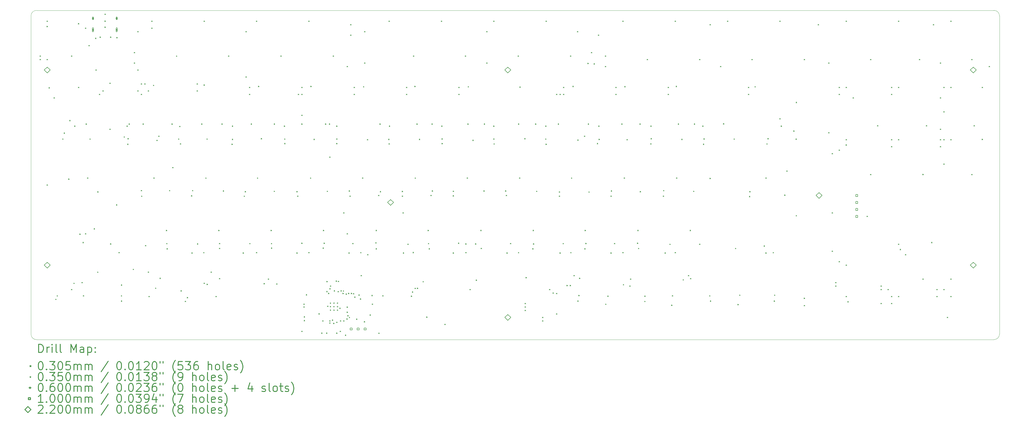
<source format=gbr>
%FSLAX45Y45*%
G04 Gerber Fmt 4.5, Leading zero omitted, Abs format (unit mm)*
G04 Created by KiCad (PCBNEW (5.1.12)-1) date 2021-11-20 18:08:33*
%MOMM*%
%LPD*%
G01*
G04 APERTURE LIST*
%TA.AperFunction,Profile*%
%ADD10C,0.100000*%
%TD*%
%TA.AperFunction,Profile*%
%ADD11C,0.099060*%
%TD*%
%ADD12C,0.200000*%
%ADD13C,0.300000*%
G04 APERTURE END LIST*
D10*
X41200000Y-4200000D02*
G75*
G03*
X41000000Y-4000000I-200000J0D01*
G01*
X41200000Y-15800000D02*
G75*
G02*
X41000000Y-16000000I-200000J0D01*
G01*
X5950000Y-15800000D02*
G75*
G03*
X6150000Y-16000000I200000J0D01*
G01*
X5950000Y-4200000D02*
G75*
G02*
X6150000Y-4000000I200000J0D01*
G01*
D11*
X6150000Y-4000000D02*
X41000000Y-4000000D01*
X6150000Y-16000000D02*
X41000000Y-16000000D01*
X41200000Y-15800000D02*
X41200000Y-4200000D01*
X5950000Y-4200000D02*
X5950000Y-15800000D01*
D12*
X6271260Y-5652260D02*
X6301740Y-5682740D01*
X6301740Y-5652260D02*
X6271260Y-5682740D01*
X6271260Y-5779260D02*
X6301740Y-5809740D01*
X6301740Y-5779260D02*
X6271260Y-5809740D01*
X6525260Y-4382260D02*
X6555740Y-4412740D01*
X6555740Y-4382260D02*
X6525260Y-4412740D01*
X6525260Y-4572760D02*
X6555740Y-4603240D01*
X6555740Y-4572760D02*
X6525260Y-4603240D01*
X6525260Y-5779260D02*
X6555740Y-5809740D01*
X6555740Y-5779260D02*
X6525260Y-5809740D01*
X6525260Y-10351260D02*
X6555740Y-10381740D01*
X6555740Y-10351260D02*
X6525260Y-10381740D01*
X6598919Y-6807960D02*
X6629399Y-6838440D01*
X6629399Y-6807960D02*
X6598919Y-6838440D01*
X6779260Y-7176260D02*
X6809740Y-7206740D01*
X6809740Y-7176260D02*
X6779260Y-7206740D01*
X6779260Y-7176260D02*
X6809740Y-7206740D01*
X6809740Y-7176260D02*
X6779260Y-7206740D01*
X6842760Y-14516860D02*
X6873240Y-14547340D01*
X6873240Y-14516860D02*
X6842760Y-14547340D01*
X6895212Y-14388972D02*
X6925692Y-14419452D01*
X6925692Y-14388972D02*
X6895212Y-14419452D01*
X7096760Y-8674860D02*
X7127240Y-8705340D01*
X7127240Y-8674860D02*
X7096760Y-8705340D01*
X7147560Y-8458960D02*
X7178040Y-8489440D01*
X7178040Y-8458960D02*
X7147560Y-8489440D01*
X7312660Y-10135360D02*
X7343140Y-10165840D01*
X7343140Y-10135360D02*
X7312660Y-10165840D01*
X7350760Y-8001760D02*
X7381240Y-8032240D01*
X7381240Y-8001760D02*
X7350760Y-8032240D01*
X7414260Y-14161042D02*
X7444740Y-14191522D01*
X7444740Y-14161042D02*
X7414260Y-14191522D01*
X7414261Y-5652261D02*
X7444741Y-5682741D01*
X7444741Y-5652261D02*
X7414261Y-5682741D01*
X7503160Y-13932660D02*
X7533640Y-13963140D01*
X7533640Y-13932660D02*
X7503160Y-13963140D01*
X7528560Y-8204960D02*
X7559040Y-8235440D01*
X7559040Y-8204960D02*
X7528560Y-8235440D01*
X7668260Y-4468760D02*
X7698740Y-4499240D01*
X7698740Y-4468760D02*
X7668260Y-4499240D01*
X7668260Y-6795260D02*
X7698740Y-6825740D01*
X7698740Y-6795260D02*
X7668260Y-6825740D01*
X7719060Y-12141960D02*
X7749540Y-12172440D01*
X7749540Y-12141960D02*
X7719060Y-12172440D01*
X7795260Y-13907260D02*
X7825740Y-13937740D01*
X7825740Y-13907260D02*
X7795260Y-13937740D01*
X7833360Y-12446760D02*
X7863840Y-12477240D01*
X7863840Y-12446760D02*
X7833360Y-12477240D01*
X7846060Y-14389860D02*
X7876540Y-14420340D01*
X7876540Y-14389860D02*
X7846060Y-14420340D01*
X7922260Y-4636260D02*
X7952740Y-4666740D01*
X7952740Y-4636260D02*
X7922260Y-4666740D01*
X7922260Y-12129260D02*
X7952740Y-12159740D01*
X7952740Y-12129260D02*
X7922260Y-12159740D01*
X7947660Y-8128760D02*
X7978140Y-8159240D01*
X7978140Y-8128760D02*
X7947660Y-8159240D01*
X7998460Y-10097260D02*
X8028940Y-10127740D01*
X8028940Y-10097260D02*
X7998460Y-10127740D01*
X8049261Y-5271260D02*
X8079741Y-5301740D01*
X8079741Y-5271260D02*
X8049261Y-5301740D01*
X8087360Y-8674860D02*
X8117840Y-8705340D01*
X8117840Y-8674860D02*
X8087360Y-8705340D01*
X8240749Y-11948919D02*
X8271229Y-11979399D01*
X8271229Y-11948919D02*
X8240749Y-11979399D01*
X8290699Y-5004699D02*
X8321179Y-5035179D01*
X8321179Y-5004699D02*
X8290699Y-5035179D01*
X8303260Y-6160260D02*
X8333740Y-6190740D01*
X8333740Y-6160260D02*
X8303260Y-6190740D01*
X8366760Y-13526260D02*
X8397240Y-13556740D01*
X8397240Y-13526260D02*
X8366760Y-13556740D01*
X8371839Y-10601987D02*
X8402319Y-10632467D01*
X8402319Y-10601987D02*
X8371839Y-10632467D01*
X8430260Y-7049260D02*
X8460740Y-7079740D01*
X8460740Y-7049260D02*
X8430260Y-7079740D01*
X8458860Y-4964060D02*
X8489340Y-4994540D01*
X8489340Y-4964060D02*
X8458860Y-4994540D01*
X8557260Y-6922260D02*
X8587740Y-6952740D01*
X8587740Y-6922260D02*
X8557260Y-6952740D01*
X8636660Y-4128260D02*
X8667140Y-4158740D01*
X8667140Y-4128260D02*
X8636660Y-4158740D01*
X8636660Y-4379860D02*
X8667140Y-4410340D01*
X8667140Y-4379860D02*
X8636660Y-4410340D01*
X8636660Y-4595760D02*
X8667140Y-4626240D01*
X8667140Y-4595760D02*
X8636660Y-4626240D01*
X8811260Y-6642860D02*
X8841740Y-6673340D01*
X8841740Y-6642860D02*
X8811260Y-6673340D01*
X8811260Y-8319260D02*
X8841740Y-8349740D01*
X8841740Y-8319260D02*
X8811260Y-8349740D01*
X8836660Y-12497560D02*
X8867140Y-12528040D01*
X8867140Y-12497560D02*
X8836660Y-12528040D01*
X8839860Y-4964060D02*
X8870340Y-4994540D01*
X8870340Y-4964060D02*
X8839860Y-4994540D01*
X9053760Y-11073960D02*
X9084240Y-11104440D01*
X9084240Y-11073960D02*
X9053760Y-11104440D01*
X9065260Y-4976760D02*
X9095740Y-5007240D01*
X9095740Y-4976760D02*
X9065260Y-5007240D01*
X9141460Y-12815060D02*
X9171940Y-12845540D01*
X9171940Y-12815060D02*
X9141460Y-12845540D01*
X9230360Y-13996160D02*
X9260840Y-14026640D01*
X9260840Y-13996160D02*
X9230360Y-14026640D01*
X9230360Y-14389860D02*
X9260840Y-14420340D01*
X9260840Y-14389860D02*
X9230360Y-14420340D01*
X9230360Y-14580360D02*
X9260840Y-14610840D01*
X9260840Y-14580360D02*
X9230360Y-14610840D01*
X9331960Y-8598660D02*
X9362440Y-8629140D01*
X9362440Y-8598660D02*
X9331960Y-8629140D01*
X9433560Y-8204960D02*
X9464040Y-8235440D01*
X9464040Y-8204960D02*
X9433560Y-8235440D01*
X9458960Y-8865360D02*
X9489440Y-8895840D01*
X9489440Y-8865360D02*
X9458960Y-8895840D01*
X9471660Y-8662160D02*
X9502140Y-8692640D01*
X9502140Y-8662160D02*
X9471660Y-8692640D01*
X9509760Y-8128760D02*
X9540240Y-8159240D01*
X9540240Y-8128760D02*
X9509760Y-8159240D01*
X9662160Y-13424660D02*
X9692640Y-13455140D01*
X9692640Y-13424660D02*
X9662160Y-13455140D01*
X9700260Y-5525250D02*
X9730740Y-5555730D01*
X9730740Y-5525250D02*
X9700260Y-5555730D01*
X9700260Y-5906260D02*
X9730740Y-5936740D01*
X9730740Y-5906260D02*
X9700260Y-5936740D01*
X9827260Y-4763260D02*
X9857740Y-4793740D01*
X9857740Y-4763260D02*
X9827260Y-4793740D01*
X9827260Y-6160260D02*
X9857740Y-6190740D01*
X9857740Y-6160260D02*
X9827260Y-6190740D01*
X9827260Y-6922260D02*
X9857740Y-6952740D01*
X9857740Y-6922260D02*
X9827260Y-6952740D01*
X9954260Y-6668260D02*
X9984740Y-6698740D01*
X9984740Y-6668260D02*
X9954260Y-6698740D01*
X9954260Y-7049250D02*
X9984740Y-7079730D01*
X9984740Y-7049250D02*
X9954260Y-7079730D01*
X9954260Y-10554460D02*
X9984740Y-10584940D01*
X9984740Y-10554460D02*
X9954260Y-10584940D01*
X9966960Y-10757660D02*
X9997440Y-10788140D01*
X9997440Y-10757660D02*
X9966960Y-10788140D01*
X10017760Y-8128760D02*
X10048240Y-8159240D01*
X10048240Y-8128760D02*
X10017760Y-8159240D01*
X10081260Y-6668260D02*
X10111740Y-6698740D01*
X10111740Y-6668260D02*
X10081260Y-6698740D01*
X10106660Y-12561060D02*
X10137140Y-12591540D01*
X10137140Y-12561060D02*
X10106660Y-12591540D01*
X10208260Y-6922260D02*
X10238740Y-6952740D01*
X10238740Y-6922260D02*
X10208260Y-6952740D01*
X10208260Y-13526260D02*
X10238740Y-13556740D01*
X10238740Y-13526260D02*
X10208260Y-13556740D01*
X10233660Y-14415260D02*
X10264140Y-14445740D01*
X10264140Y-14415260D02*
X10233660Y-14445740D01*
X10335260Y-4382260D02*
X10365740Y-4412740D01*
X10365740Y-4382260D02*
X10335260Y-4412740D01*
X10335260Y-4636260D02*
X10365740Y-4666740D01*
X10365740Y-4636260D02*
X10335260Y-4666740D01*
X10398760Y-6719060D02*
X10429240Y-6749540D01*
X10429240Y-6719060D02*
X10398760Y-6749540D01*
X10411460Y-10097260D02*
X10441940Y-10127740D01*
X10441940Y-10097260D02*
X10411460Y-10127740D01*
X10474960Y-14110460D02*
X10505440Y-14140940D01*
X10505440Y-14110460D02*
X10474960Y-14140940D01*
X10520678Y-8725660D02*
X10551158Y-8756140D01*
X10551158Y-8725660D02*
X10520678Y-8756140D01*
X10589260Y-8573260D02*
X10619740Y-8603740D01*
X10619740Y-8573260D02*
X10589260Y-8603740D01*
X10638231Y-13749276D02*
X10668711Y-13779756D01*
X10668711Y-13749276D02*
X10638231Y-13779756D01*
X10868660Y-12004801D02*
X10899140Y-12035281D01*
X10899140Y-12004801D02*
X10868660Y-12035281D01*
X10881360Y-12484860D02*
X10911840Y-12515340D01*
X10911840Y-12484860D02*
X10881360Y-12515340D01*
X10894060Y-12675360D02*
X10924540Y-12705840D01*
X10924540Y-12675360D02*
X10894060Y-12705840D01*
X10982960Y-10554460D02*
X11013440Y-10584940D01*
X11013440Y-10554460D02*
X10982960Y-10584940D01*
X11071860Y-8128760D02*
X11102340Y-8159240D01*
X11102340Y-8128760D02*
X11071860Y-8159240D01*
X11097260Y-9716260D02*
X11127740Y-9746740D01*
X11127740Y-9716260D02*
X11097260Y-9746740D01*
X11238370Y-5652260D02*
X11268850Y-5682740D01*
X11268850Y-5652260D02*
X11238370Y-5682740D01*
X11313160Y-8674860D02*
X11343640Y-8705340D01*
X11343640Y-8674860D02*
X11313160Y-8705340D01*
X11351260Y-8217660D02*
X11381740Y-8248140D01*
X11381740Y-8217660D02*
X11351260Y-8248140D01*
X11376660Y-8852660D02*
X11407140Y-8883140D01*
X11407140Y-8852660D02*
X11376660Y-8883140D01*
X11402060Y-14209519D02*
X11432540Y-14239999D01*
X11432540Y-14209519D02*
X11402060Y-14239999D01*
X11554460Y-14593060D02*
X11584940Y-14623540D01*
X11584940Y-14593060D02*
X11554460Y-14623540D01*
X11630660Y-14453360D02*
X11661140Y-14483840D01*
X11661140Y-14453360D02*
X11630660Y-14483840D01*
X11783060Y-10744960D02*
X11813540Y-10775440D01*
X11813540Y-10744960D02*
X11783060Y-10775440D01*
X11795760Y-12827760D02*
X11826240Y-12858240D01*
X11826240Y-12827760D02*
X11795760Y-12858240D01*
X11821160Y-10554460D02*
X11851640Y-10584940D01*
X11851640Y-10554460D02*
X11821160Y-10584940D01*
X11986260Y-6668260D02*
X12016740Y-6698740D01*
X12016740Y-6668260D02*
X11986260Y-6698740D01*
X11986260Y-6922260D02*
X12016740Y-6952740D01*
X12016740Y-6922260D02*
X11986260Y-6952740D01*
X11998960Y-12497560D02*
X12029440Y-12528040D01*
X12029440Y-12497560D02*
X11998960Y-12528040D01*
X12151360Y-8128760D02*
X12181840Y-8159240D01*
X12181840Y-8128760D02*
X12151360Y-8159240D01*
X12227560Y-12815060D02*
X12258040Y-12845540D01*
X12258040Y-12815060D02*
X12227560Y-12845540D01*
X12240260Y-4382260D02*
X12270740Y-4412740D01*
X12270740Y-4382260D02*
X12240260Y-4412740D01*
X12240260Y-6706360D02*
X12270740Y-6736840D01*
X12270740Y-6706360D02*
X12240260Y-6736840D01*
X12240260Y-13932663D02*
X12270740Y-13963143D01*
X12270740Y-13932663D02*
X12240260Y-13963143D01*
X12303760Y-10097260D02*
X12334240Y-10127740D01*
X12334240Y-10097260D02*
X12303760Y-10127740D01*
X12346939Y-8674860D02*
X12377419Y-8705340D01*
X12377419Y-8674860D02*
X12346939Y-8705340D01*
X12352911Y-13969879D02*
X12383391Y-14000359D01*
X12383391Y-13969879D02*
X12352911Y-14000359D01*
X12494260Y-13526260D02*
X12524740Y-13556740D01*
X12524740Y-13526260D02*
X12494260Y-13556740D01*
X12672060Y-14415260D02*
X12702540Y-14445740D01*
X12702540Y-14415260D02*
X12672060Y-14445740D01*
X12773660Y-12004801D02*
X12804140Y-12035281D01*
X12804140Y-12004801D02*
X12773660Y-12035281D01*
X12799060Y-12484860D02*
X12829540Y-12515340D01*
X12829540Y-12484860D02*
X12799060Y-12515340D01*
X12799060Y-12662660D02*
X12829540Y-12693140D01*
X12829540Y-12662660D02*
X12799060Y-12693140D01*
X12799060Y-13765020D02*
X12829540Y-13795500D01*
X12829540Y-13765020D02*
X12799060Y-13795500D01*
X12887960Y-8128760D02*
X12918440Y-8159240D01*
X12918440Y-8128760D02*
X12887960Y-8159240D01*
X12938760Y-10567160D02*
X12969240Y-10597640D01*
X12969240Y-10567160D02*
X12938760Y-10597640D01*
X13129260Y-5652260D02*
X13159740Y-5682740D01*
X13159740Y-5652260D02*
X13129260Y-5682740D01*
X13256260Y-8865360D02*
X13286740Y-8895840D01*
X13286740Y-8865360D02*
X13256260Y-8895840D01*
X13268960Y-8204960D02*
X13299440Y-8235440D01*
X13299440Y-8204960D02*
X13268960Y-8235440D01*
X13268960Y-8687560D02*
X13299440Y-8718040D01*
X13299440Y-8687560D02*
X13268960Y-8718040D01*
X13662660Y-12827760D02*
X13693140Y-12858240D01*
X13693140Y-12827760D02*
X13662660Y-12858240D01*
X13700760Y-10757660D02*
X13731240Y-10788140D01*
X13731240Y-10757660D02*
X13700760Y-10788140D01*
X13738860Y-10592560D02*
X13769340Y-10623040D01*
X13769340Y-10592560D02*
X13738860Y-10623040D01*
X13764260Y-4763260D02*
X13794740Y-4793740D01*
X13794740Y-4763260D02*
X13764260Y-4793740D01*
X13764260Y-6414260D02*
X13794740Y-6444740D01*
X13794740Y-6414260D02*
X13764260Y-6444740D01*
X13891260Y-6795260D02*
X13921740Y-6825740D01*
X13921740Y-6795260D02*
X13891260Y-6825740D01*
X13891260Y-7049260D02*
X13921740Y-7079740D01*
X13921740Y-7049260D02*
X13891260Y-7079740D01*
X13903960Y-12484860D02*
X13934440Y-12515340D01*
X13934440Y-12484860D02*
X13903960Y-12515340D01*
X13954760Y-8128760D02*
X13985240Y-8159240D01*
X13985240Y-8128760D02*
X13954760Y-8159240D01*
X14145260Y-4382260D02*
X14175740Y-4412740D01*
X14175740Y-4382260D02*
X14145260Y-4412740D01*
X14145260Y-12815060D02*
X14175740Y-12845540D01*
X14175740Y-12815060D02*
X14145260Y-12845540D01*
X14183360Y-10097260D02*
X14213840Y-10127740D01*
X14213840Y-10097260D02*
X14183360Y-10127740D01*
X14221460Y-6757160D02*
X14251940Y-6787640D01*
X14251940Y-6757160D02*
X14221460Y-6787640D01*
X14323060Y-8662160D02*
X14353540Y-8692640D01*
X14353540Y-8662160D02*
X14323060Y-8692640D01*
X14424660Y-13945360D02*
X14455140Y-13975840D01*
X14455140Y-13945360D02*
X14424660Y-13975840D01*
X14577060Y-13780260D02*
X14607540Y-13810740D01*
X14607540Y-13780260D02*
X14577060Y-13810740D01*
X14678660Y-12004801D02*
X14709140Y-12035281D01*
X14709140Y-12004801D02*
X14678660Y-12035281D01*
X14691360Y-12484860D02*
X14721840Y-12515340D01*
X14721840Y-12484860D02*
X14691360Y-12515340D01*
X14691360Y-12649960D02*
X14721840Y-12680440D01*
X14721840Y-12649960D02*
X14691360Y-12680440D01*
X14792960Y-8128760D02*
X14823440Y-8159240D01*
X14823440Y-8128760D02*
X14792960Y-8159240D01*
X14792960Y-10579860D02*
X14823440Y-10610340D01*
X14823440Y-10579860D02*
X14792960Y-10610340D01*
X14881860Y-13958060D02*
X14912340Y-13988540D01*
X14912340Y-13958060D02*
X14881860Y-13988540D01*
X15034260Y-5652260D02*
X15064740Y-5682740D01*
X15064740Y-5652260D02*
X15034260Y-5682740D01*
X15161260Y-8204960D02*
X15191740Y-8235440D01*
X15191740Y-8204960D02*
X15161260Y-8235440D01*
X15173960Y-8674860D02*
X15204440Y-8705340D01*
X15204440Y-8674860D02*
X15173960Y-8705340D01*
X15173960Y-8839960D02*
X15204440Y-8870440D01*
X15204440Y-8839960D02*
X15173960Y-8870440D01*
X15618460Y-10592560D02*
X15648940Y-10623040D01*
X15648940Y-10592560D02*
X15618460Y-10623040D01*
X15618460Y-12827760D02*
X15648940Y-12858240D01*
X15648940Y-12827760D02*
X15618460Y-12858240D01*
X15643860Y-10757660D02*
X15674340Y-10788140D01*
X15674340Y-10757660D02*
X15643860Y-10788140D01*
X15669260Y-7049260D02*
X15699740Y-7079740D01*
X15699740Y-7049260D02*
X15669260Y-7079740D01*
X15796260Y-6795260D02*
X15826740Y-6825740D01*
X15826740Y-6795260D02*
X15796260Y-6825740D01*
X15796260Y-7049260D02*
X15826740Y-7079740D01*
X15826740Y-7049260D02*
X15796260Y-7079740D01*
X15796260Y-7811260D02*
X15826740Y-7841740D01*
X15826740Y-7811260D02*
X15796260Y-7841740D01*
X15796260Y-8128760D02*
X15826740Y-8159240D01*
X15826740Y-8128760D02*
X15796260Y-8159240D01*
X15796260Y-12472160D02*
X15826740Y-12502640D01*
X15826740Y-12472160D02*
X15796260Y-12502640D01*
X15796260Y-15685260D02*
X15826740Y-15715740D01*
X15826740Y-15685260D02*
X15796260Y-15715740D01*
X15872460Y-14694660D02*
X15902940Y-14725140D01*
X15902940Y-14694660D02*
X15872460Y-14725140D01*
X15872460Y-14796260D02*
X15902940Y-14826740D01*
X15902940Y-14796260D02*
X15872460Y-14826740D01*
X15885160Y-15154401D02*
X15915640Y-15184881D01*
X15915640Y-15154401D02*
X15885160Y-15184881D01*
X15885160Y-15291560D02*
X15915640Y-15322040D01*
X15915640Y-15291560D02*
X15885160Y-15322040D01*
X15961360Y-14351760D02*
X15991840Y-14382240D01*
X15991840Y-14351760D02*
X15961360Y-14382240D01*
X16050260Y-4382260D02*
X16080740Y-4412740D01*
X16080740Y-4382260D02*
X16050260Y-4412740D01*
X16050260Y-12815060D02*
X16080740Y-12845540D01*
X16080740Y-12815060D02*
X16050260Y-12845540D01*
X16113760Y-10097260D02*
X16144240Y-10127740D01*
X16144240Y-10097260D02*
X16113760Y-10127740D01*
X16126460Y-6757160D02*
X16156940Y-6787640D01*
X16156940Y-6757160D02*
X16126460Y-6787640D01*
X16240760Y-8687560D02*
X16271240Y-8718040D01*
X16271240Y-8687560D02*
X16240760Y-8718040D01*
X16425293Y-15044293D02*
X16455773Y-15074773D01*
X16455773Y-15044293D02*
X16425293Y-15074773D01*
X16520160Y-15748760D02*
X16550640Y-15779240D01*
X16550640Y-15748760D02*
X16520160Y-15779240D01*
X16558260Y-15304260D02*
X16588740Y-15334740D01*
X16588740Y-15304260D02*
X16558260Y-15334740D01*
X16570960Y-12649960D02*
X16601440Y-12680440D01*
X16601440Y-12649960D02*
X16570960Y-12680440D01*
X16583660Y-12004801D02*
X16614140Y-12035281D01*
X16614140Y-12004801D02*
X16583660Y-12035281D01*
X16609060Y-12472160D02*
X16639540Y-12502640D01*
X16639540Y-12472160D02*
X16609060Y-12502640D01*
X16659860Y-8128760D02*
X16690340Y-8159240D01*
X16690340Y-8128760D02*
X16659860Y-8159240D01*
X16697960Y-15748760D02*
X16728440Y-15779240D01*
X16728440Y-15748760D02*
X16697960Y-15779240D01*
X16708119Y-14232382D02*
X16738599Y-14262862D01*
X16738599Y-14232382D02*
X16708119Y-14262862D01*
X16710660Y-13869160D02*
X16741140Y-13899640D01*
X16741140Y-13869160D02*
X16710660Y-13899640D01*
X16723360Y-10579860D02*
X16753840Y-10610340D01*
X16753840Y-10579860D02*
X16723360Y-10610340D01*
X16736060Y-14770860D02*
X16766540Y-14801340D01*
X16766540Y-14770860D02*
X16736060Y-14801340D01*
X16771619Y-14298603D02*
X16802099Y-14329083D01*
X16802099Y-14298603D02*
X16771619Y-14329083D01*
X16799560Y-8128760D02*
X16830040Y-8159240D01*
X16830040Y-8128760D02*
X16799560Y-8159240D01*
X16812258Y-15304260D02*
X16842738Y-15334740D01*
X16842738Y-15304260D02*
X16812258Y-15334740D01*
X16812260Y-9335260D02*
X16842740Y-9365740D01*
X16842740Y-9335260D02*
X16812260Y-9365740D01*
X16812260Y-15380461D02*
X16842740Y-15410941D01*
X16842740Y-15380461D02*
X16812260Y-15410941D01*
X16816973Y-14130383D02*
X16847453Y-14160863D01*
X16847453Y-14130383D02*
X16816973Y-14160863D01*
X16837660Y-14034260D02*
X16868140Y-14064740D01*
X16868140Y-14034260D02*
X16837660Y-14064740D01*
X16908782Y-15273780D02*
X16939262Y-15304260D01*
X16939262Y-15273780D02*
X16908782Y-15304260D01*
X16939260Y-5652260D02*
X16969740Y-5682740D01*
X16969740Y-5652260D02*
X16939260Y-5682740D01*
X16959260Y-15391260D02*
X16989740Y-15421740D01*
X16989740Y-15391260D02*
X16959260Y-15421740D01*
X16978963Y-14210248D02*
X17009443Y-14240728D01*
X17009443Y-14210248D02*
X16978963Y-14240728D01*
X17050594Y-13853910D02*
X17081074Y-13884390D01*
X17081074Y-13853910D02*
X17050594Y-13884390D01*
X17066260Y-8204960D02*
X17096740Y-8235440D01*
X17096740Y-8204960D02*
X17066260Y-8235440D01*
X17066260Y-8674860D02*
X17096740Y-8705340D01*
X17096740Y-8674860D02*
X17066260Y-8705340D01*
X17066260Y-8839960D02*
X17096740Y-8870440D01*
X17096740Y-8839960D02*
X17066260Y-8870440D01*
X17066260Y-15354260D02*
X17096740Y-15384740D01*
X17096740Y-15354260D02*
X17066260Y-15384740D01*
X17066260Y-15748760D02*
X17096740Y-15779240D01*
X17096740Y-15748760D02*
X17066260Y-15779240D01*
X17118000Y-14237460D02*
X17148480Y-14267940D01*
X17148480Y-14237460D02*
X17118000Y-14267940D01*
X17125806Y-13866152D02*
X17156286Y-13896632D01*
X17156286Y-13866152D02*
X17125806Y-13896632D01*
X17180836Y-14842871D02*
X17211316Y-14873351D01*
X17211316Y-14842871D02*
X17180836Y-14873351D01*
X17193260Y-15685260D02*
X17223740Y-15715740D01*
X17223740Y-15685260D02*
X17193260Y-15715740D01*
X17203422Y-15304260D02*
X17233902Y-15334740D01*
X17233902Y-15304260D02*
X17203422Y-15334740D01*
X17225097Y-14205797D02*
X17255577Y-14236277D01*
X17255577Y-14205797D02*
X17225097Y-14236277D01*
X17294860Y-14300960D02*
X17325340Y-14331440D01*
X17325340Y-14300960D02*
X17294860Y-14331440D01*
X17307560Y-14212060D02*
X17338040Y-14242540D01*
X17338040Y-14212060D02*
X17307560Y-14242540D01*
X17320260Y-11367260D02*
X17350740Y-11397740D01*
X17350740Y-11367260D02*
X17320260Y-11397740D01*
X17320260Y-15304260D02*
X17350740Y-15334740D01*
X17350740Y-15304260D02*
X17320260Y-15334740D01*
X17382872Y-15823307D02*
X17413352Y-15853787D01*
X17413352Y-15823307D02*
X17382872Y-15853787D01*
X17409160Y-14326360D02*
X17439640Y-14356840D01*
X17439640Y-14326360D02*
X17409160Y-14356840D01*
X17437100Y-15232632D02*
X17467580Y-15263112D01*
X17467580Y-15232632D02*
X17437100Y-15263112D01*
X17445559Y-14801134D02*
X17476039Y-14831614D01*
X17476039Y-14801134D02*
X17445559Y-14831614D01*
X17445559Y-14986613D02*
X17476039Y-15017093D01*
X17476039Y-14986613D02*
X17445559Y-15017093D01*
X17447260Y-12129260D02*
X17477740Y-12159740D01*
X17477740Y-12129260D02*
X17447260Y-12159740D01*
X17447261Y-6033260D02*
X17477741Y-6063740D01*
X17477741Y-6033260D02*
X17447261Y-6063740D01*
X17474615Y-15113760D02*
X17505095Y-15144240D01*
X17505095Y-15113760D02*
X17474615Y-15144240D01*
X17498060Y-14300960D02*
X17528540Y-14331440D01*
X17528540Y-14300960D02*
X17498060Y-14331440D01*
X17510760Y-12827760D02*
X17541240Y-12858240D01*
X17541240Y-12827760D02*
X17510760Y-12858240D01*
X17523460Y-10567160D02*
X17553940Y-10597640D01*
X17553940Y-10567160D02*
X17523460Y-10597640D01*
X17529381Y-15177260D02*
X17559861Y-15207740D01*
X17559861Y-15177260D02*
X17529381Y-15207740D01*
X17548860Y-10757660D02*
X17579340Y-10788140D01*
X17579340Y-10757660D02*
X17548860Y-10788140D01*
X17574260Y-4509260D02*
X17604740Y-4539740D01*
X17604740Y-4509260D02*
X17574260Y-4539740D01*
X17574260Y-4890260D02*
X17604740Y-4920740D01*
X17604740Y-4890260D02*
X17574260Y-4920740D01*
X17599660Y-14300960D02*
X17630140Y-14331440D01*
X17630140Y-14300960D02*
X17599660Y-14331440D01*
X17650460Y-12484860D02*
X17680940Y-12515340D01*
X17680940Y-12484860D02*
X17650460Y-12515340D01*
X17675860Y-14313660D02*
X17706340Y-14344140D01*
X17706340Y-14313660D02*
X17675860Y-14344140D01*
X17701260Y-6795260D02*
X17731740Y-6825740D01*
X17731740Y-6795260D02*
X17701260Y-6825740D01*
X17701260Y-7049260D02*
X17731740Y-7079740D01*
X17731740Y-7049260D02*
X17701260Y-7079740D01*
X17723167Y-14437167D02*
X17753647Y-14467647D01*
X17753647Y-14437167D02*
X17723167Y-14467647D01*
X17790160Y-15240760D02*
X17820640Y-15271240D01*
X17820640Y-15240760D02*
X17790160Y-15271240D01*
X17876939Y-14362339D02*
X17907419Y-14392819D01*
X17907419Y-14362339D02*
X17876939Y-14392819D01*
X17929477Y-14503777D02*
X17959957Y-14534257D01*
X17959957Y-14503777D02*
X17929477Y-14534257D01*
X17942560Y-12815060D02*
X17973040Y-12845540D01*
X17973040Y-12815060D02*
X17942560Y-12845540D01*
X17955260Y-13653260D02*
X17985740Y-13683740D01*
X17985740Y-13653260D02*
X17955260Y-13683740D01*
X18006060Y-10097260D02*
X18036540Y-10127740D01*
X18036540Y-10097260D02*
X18006060Y-10127740D01*
X18044160Y-6769860D02*
X18074640Y-6800340D01*
X18074640Y-6769860D02*
X18044160Y-6800340D01*
X18076213Y-15334738D02*
X18106693Y-15365218D01*
X18106693Y-15334738D02*
X18076213Y-15365218D01*
X18082260Y-4763260D02*
X18112740Y-4793740D01*
X18112740Y-4763260D02*
X18082260Y-4793740D01*
X18082260Y-5906260D02*
X18112740Y-5936740D01*
X18112740Y-5906260D02*
X18082260Y-5936740D01*
X18183860Y-8700260D02*
X18214340Y-8730740D01*
X18214340Y-8700260D02*
X18183860Y-8730740D01*
X18194019Y-12891260D02*
X18224499Y-12921740D01*
X18224499Y-12891260D02*
X18194019Y-12921740D01*
X18282919Y-15088360D02*
X18313399Y-15118840D01*
X18313399Y-15088360D02*
X18282919Y-15118840D01*
X18348960Y-14377160D02*
X18379440Y-14407640D01*
X18379440Y-14377160D02*
X18348960Y-14407640D01*
X18361660Y-14694660D02*
X18392140Y-14725140D01*
X18392140Y-14694660D02*
X18361660Y-14725140D01*
X18488660Y-12459460D02*
X18519140Y-12489940D01*
X18519140Y-12459460D02*
X18488660Y-12489940D01*
X18501360Y-12004801D02*
X18531840Y-12035281D01*
X18531840Y-12004801D02*
X18501360Y-12035281D01*
X18501360Y-12675360D02*
X18531840Y-12705840D01*
X18531840Y-12675360D02*
X18501360Y-12705840D01*
X18590260Y-10732260D02*
X18620740Y-10762740D01*
X18620740Y-10732260D02*
X18590260Y-10762740D01*
X18597978Y-15752978D02*
X18628458Y-15783458D01*
X18628458Y-15752978D02*
X18597978Y-15783458D01*
X18641060Y-8128760D02*
X18671540Y-8159240D01*
X18671540Y-8128760D02*
X18641060Y-8159240D01*
X18653760Y-10592560D02*
X18684240Y-10623040D01*
X18684240Y-10592560D02*
X18653760Y-10623040D01*
X18742660Y-14389860D02*
X18773140Y-14420340D01*
X18773140Y-14389860D02*
X18742660Y-14420340D01*
X18958560Y-8687560D02*
X18989040Y-8718040D01*
X18989040Y-8687560D02*
X18958560Y-8718040D01*
X18971260Y-4382260D02*
X19001740Y-4412740D01*
X19001740Y-4382260D02*
X18971260Y-4412740D01*
X18971260Y-8852660D02*
X19001740Y-8883140D01*
X19001740Y-8852660D02*
X18971260Y-8883140D01*
X18983960Y-8204960D02*
X19014440Y-8235440D01*
X19014440Y-8204960D02*
X18983960Y-8235440D01*
X19456401Y-10582730D02*
X19486881Y-10613210D01*
X19486881Y-10582730D02*
X19456401Y-10613210D01*
X19456401Y-10757660D02*
X19486881Y-10788140D01*
X19486881Y-10757660D02*
X19456401Y-10788140D01*
X19479260Y-11367260D02*
X19509740Y-11397740D01*
X19509740Y-11367260D02*
X19479260Y-11397740D01*
X19491960Y-12827760D02*
X19522440Y-12858240D01*
X19522440Y-12827760D02*
X19491960Y-12858240D01*
X19606260Y-6795260D02*
X19636740Y-6825740D01*
X19636740Y-6795260D02*
X19606260Y-6825740D01*
X19606260Y-7049260D02*
X19636740Y-7079740D01*
X19636740Y-7049260D02*
X19606260Y-7079740D01*
X19657060Y-12510260D02*
X19687540Y-12540740D01*
X19687540Y-12510260D02*
X19657060Y-12540740D01*
X19784060Y-14402560D02*
X19814540Y-14433040D01*
X19814540Y-14402560D02*
X19784060Y-14433040D01*
X19822160Y-14250160D02*
X19852640Y-14280640D01*
X19852640Y-14250160D02*
X19822160Y-14280640D01*
X19847560Y-12812519D02*
X19878040Y-12842999D01*
X19878040Y-12812519D02*
X19847560Y-12842999D01*
X19860260Y-5652260D02*
X19890740Y-5682740D01*
X19890740Y-5652260D02*
X19860260Y-5682740D01*
X19911060Y-6757160D02*
X19941540Y-6787640D01*
X19941540Y-6757160D02*
X19911060Y-6787640D01*
X19919105Y-14120619D02*
X19949585Y-14151099D01*
X19949585Y-14120619D02*
X19919105Y-14151099D01*
X19923760Y-10097260D02*
X19954240Y-10127740D01*
X19954240Y-10097260D02*
X19923760Y-10127740D01*
X19987260Y-8128760D02*
X20017740Y-8159240D01*
X20017740Y-8128760D02*
X19987260Y-8159240D01*
X20007393Y-14116492D02*
X20037873Y-14146972D01*
X20037873Y-14116492D02*
X20007393Y-14146972D01*
X20076160Y-8687560D02*
X20106640Y-8718040D01*
X20106640Y-8687560D02*
X20076160Y-8718040D01*
X20211163Y-13874232D02*
X20241643Y-13904712D01*
X20241643Y-13874232D02*
X20211163Y-13904712D01*
X20342860Y-15164560D02*
X20373340Y-15195040D01*
X20373340Y-15164560D02*
X20342860Y-15195040D01*
X20393660Y-12004801D02*
X20424140Y-12035281D01*
X20424140Y-12004801D02*
X20393660Y-12035281D01*
X20406360Y-12484860D02*
X20436840Y-12515340D01*
X20436840Y-12484860D02*
X20406360Y-12515340D01*
X20431760Y-12675360D02*
X20462240Y-12705840D01*
X20462240Y-12675360D02*
X20431760Y-12705840D01*
X20495260Y-10732260D02*
X20525740Y-10762740D01*
X20525740Y-10732260D02*
X20495260Y-10762740D01*
X20533360Y-8128760D02*
X20563840Y-8159240D01*
X20563840Y-8128760D02*
X20533360Y-8159240D01*
X20546060Y-10567160D02*
X20576540Y-10597640D01*
X20576540Y-10567160D02*
X20546060Y-10597640D01*
X20876260Y-4382260D02*
X20906740Y-4412740D01*
X20906740Y-4382260D02*
X20876260Y-4412740D01*
X20888960Y-8204960D02*
X20919440Y-8235440D01*
X20919440Y-8204960D02*
X20888960Y-8235440D01*
X20898560Y-8671760D02*
X20929040Y-8702240D01*
X20929040Y-8671760D02*
X20898560Y-8702240D01*
X20901660Y-8839960D02*
X20932140Y-8870440D01*
X20932140Y-8839960D02*
X20901660Y-8870440D01*
X21003260Y-15431260D02*
X21033740Y-15461740D01*
X21033740Y-15431260D02*
X21003260Y-15461740D01*
X21308060Y-10579860D02*
X21338540Y-10610340D01*
X21338540Y-10579860D02*
X21308060Y-10610340D01*
X21308060Y-10744960D02*
X21338540Y-10775440D01*
X21338540Y-10744960D02*
X21308060Y-10775440D01*
X21308060Y-12827760D02*
X21338540Y-12858240D01*
X21338540Y-12827760D02*
X21308060Y-12858240D01*
X21498560Y-12472160D02*
X21529040Y-12502640D01*
X21529040Y-12472160D02*
X21498560Y-12502640D01*
X21511260Y-6795260D02*
X21541740Y-6825740D01*
X21541740Y-6795260D02*
X21511260Y-6825740D01*
X21511260Y-7049260D02*
X21541740Y-7079740D01*
X21541740Y-7049260D02*
X21511260Y-7079740D01*
X21751149Y-5652260D02*
X21781629Y-5682740D01*
X21781629Y-5652260D02*
X21751149Y-5682740D01*
X21765260Y-12497560D02*
X21795740Y-12528040D01*
X21795740Y-12497560D02*
X21765260Y-12528040D01*
X21765260Y-12815060D02*
X21795740Y-12845540D01*
X21795740Y-12815060D02*
X21765260Y-12845540D01*
X21816060Y-10097260D02*
X21846540Y-10127740D01*
X21846540Y-10097260D02*
X21816060Y-10127740D01*
X21841460Y-8128760D02*
X21871940Y-8159240D01*
X21871940Y-8128760D02*
X21841460Y-8159240D01*
X21854160Y-6769860D02*
X21884640Y-6800340D01*
X21884640Y-6769860D02*
X21854160Y-6800340D01*
X21917660Y-14161260D02*
X21948140Y-14191740D01*
X21948140Y-14161260D02*
X21917660Y-14191740D01*
X22023676Y-8721244D02*
X22054156Y-8751724D01*
X22054156Y-8721244D02*
X22023676Y-8751724D01*
X22120860Y-12497560D02*
X22151340Y-12528040D01*
X22151340Y-12497560D02*
X22120860Y-12528040D01*
X22146260Y-13818360D02*
X22176740Y-13848840D01*
X22176740Y-13818360D02*
X22146260Y-13848840D01*
X22311360Y-12004801D02*
X22341840Y-12035281D01*
X22341840Y-12004801D02*
X22311360Y-12035281D01*
X22324060Y-12662660D02*
X22354540Y-12693140D01*
X22354540Y-12662660D02*
X22324060Y-12693140D01*
X22425660Y-10567160D02*
X22456140Y-10597640D01*
X22456140Y-10567160D02*
X22425660Y-10597640D01*
X22438360Y-8128760D02*
X22468840Y-8159240D01*
X22468840Y-8128760D02*
X22438360Y-8159240D01*
X22527260Y-4763260D02*
X22557740Y-4793740D01*
X22557740Y-4763260D02*
X22527260Y-4793740D01*
X22527260Y-5906260D02*
X22557740Y-5936740D01*
X22557740Y-5906260D02*
X22527260Y-5936740D01*
X22781260Y-4382260D02*
X22811740Y-4412740D01*
X22811740Y-4382260D02*
X22781260Y-4412740D01*
X22781260Y-8204960D02*
X22811740Y-8235440D01*
X22811740Y-8204960D02*
X22781260Y-8235440D01*
X22781260Y-8674860D02*
X22811740Y-8705340D01*
X22811740Y-8674860D02*
X22781260Y-8705340D01*
X22793960Y-8852660D02*
X22824440Y-8883140D01*
X22824440Y-8852660D02*
X22793960Y-8883140D01*
X23213060Y-10567160D02*
X23243540Y-10597640D01*
X23243540Y-10567160D02*
X23213060Y-10597640D01*
X23238460Y-10732260D02*
X23268940Y-10762740D01*
X23268940Y-10732260D02*
X23238460Y-10762740D01*
X23263860Y-12827760D02*
X23294340Y-12858240D01*
X23294340Y-12827760D02*
X23263860Y-12858240D01*
X23390860Y-12484860D02*
X23421340Y-12515340D01*
X23421340Y-12484860D02*
X23390860Y-12515340D01*
X23670260Y-5652260D02*
X23700740Y-5682740D01*
X23700740Y-5652260D02*
X23670260Y-5682740D01*
X23682960Y-8128760D02*
X23713440Y-8159240D01*
X23713440Y-8128760D02*
X23682960Y-8159240D01*
X23682960Y-12815060D02*
X23713440Y-12845540D01*
X23713440Y-12815060D02*
X23682960Y-12845540D01*
X23721060Y-10097260D02*
X23751540Y-10127740D01*
X23751540Y-10097260D02*
X23721060Y-10127740D01*
X23733760Y-6782560D02*
X23764240Y-6813040D01*
X23764240Y-6782560D02*
X23733760Y-6813040D01*
X23911560Y-8662160D02*
X23942040Y-8692640D01*
X23942040Y-8662160D02*
X23911560Y-8692640D01*
X23924260Y-14669260D02*
X23954740Y-14699740D01*
X23954740Y-14669260D02*
X23924260Y-14699740D01*
X23924260Y-14796260D02*
X23954740Y-14826740D01*
X23954740Y-14796260D02*
X23924260Y-14826740D01*
X23924260Y-14923260D02*
X23954740Y-14953740D01*
X23954740Y-14923260D02*
X23924260Y-14953740D01*
X23957134Y-13727558D02*
X23987614Y-13758038D01*
X23987614Y-13727558D02*
X23957134Y-13758038D01*
X24203660Y-12675360D02*
X24234140Y-12705840D01*
X24234140Y-12675360D02*
X24203660Y-12705840D01*
X24216360Y-12004801D02*
X24246840Y-12035281D01*
X24246840Y-12004801D02*
X24216360Y-12035281D01*
X24229060Y-12497560D02*
X24259540Y-12528040D01*
X24259540Y-12497560D02*
X24229060Y-12528040D01*
X24305260Y-8128760D02*
X24335740Y-8159240D01*
X24335740Y-8128760D02*
X24305260Y-8159240D01*
X24343360Y-10579860D02*
X24373840Y-10610340D01*
X24373840Y-10579860D02*
X24343360Y-10610340D01*
X24559260Y-15177260D02*
X24589740Y-15207740D01*
X24589740Y-15177260D02*
X24559260Y-15207740D01*
X24559260Y-15304260D02*
X24589740Y-15334740D01*
X24589740Y-15304260D02*
X24559260Y-15334740D01*
X24673560Y-8204960D02*
X24704040Y-8235440D01*
X24704040Y-8204960D02*
X24673560Y-8235440D01*
X24673560Y-8674860D02*
X24704040Y-8705340D01*
X24704040Y-8674860D02*
X24673560Y-8705340D01*
X24686260Y-4382260D02*
X24716740Y-4412740D01*
X24716740Y-4382260D02*
X24686260Y-4412740D01*
X24686260Y-8865360D02*
X24716740Y-8895840D01*
X24716740Y-8865360D02*
X24686260Y-8895840D01*
X24813260Y-14161260D02*
X24843740Y-14191740D01*
X24843740Y-14161260D02*
X24813260Y-14191740D01*
X24940260Y-14288262D02*
X24970740Y-14318742D01*
X24970740Y-14288262D02*
X24940260Y-14318742D01*
X25067260Y-7049260D02*
X25097740Y-7079740D01*
X25097740Y-7049260D02*
X25067260Y-7079740D01*
X25067260Y-14306044D02*
X25097740Y-14336524D01*
X25097740Y-14306044D02*
X25067260Y-14336524D01*
X25067260Y-15050260D02*
X25097740Y-15080740D01*
X25097740Y-15050260D02*
X25067260Y-15080740D01*
X25130758Y-8128760D02*
X25161238Y-8159240D01*
X25161238Y-8128760D02*
X25130758Y-8159240D01*
X25168860Y-10605260D02*
X25199340Y-10635740D01*
X25199340Y-10605260D02*
X25168860Y-10635740D01*
X25168860Y-10757660D02*
X25199340Y-10788140D01*
X25199340Y-10757660D02*
X25168860Y-10788140D01*
X25194260Y-7049260D02*
X25224740Y-7079740D01*
X25224740Y-7049260D02*
X25194260Y-7079740D01*
X25194260Y-12827760D02*
X25224740Y-12858240D01*
X25224740Y-12827760D02*
X25194260Y-12858240D01*
X25308560Y-12484860D02*
X25339040Y-12515340D01*
X25339040Y-12484860D02*
X25308560Y-12515340D01*
X25321260Y-6795260D02*
X25351740Y-6825740D01*
X25351740Y-6795260D02*
X25321260Y-6825740D01*
X25321260Y-7049260D02*
X25351740Y-7079740D01*
X25351740Y-7049260D02*
X25321260Y-7079740D01*
X25448260Y-14011400D02*
X25478740Y-14041880D01*
X25478740Y-14011400D02*
X25448260Y-14041880D01*
X25569158Y-14011400D02*
X25599638Y-14041880D01*
X25599638Y-14011400D02*
X25569158Y-14041880D01*
X25575260Y-5652260D02*
X25605740Y-5682740D01*
X25605740Y-5652260D02*
X25575260Y-5682740D01*
X25587960Y-12815060D02*
X25618440Y-12845540D01*
X25618440Y-12815060D02*
X25587960Y-12845540D01*
X25613360Y-10097260D02*
X25643840Y-10127740D01*
X25643840Y-10097260D02*
X25613360Y-10127740D01*
X25664160Y-6757160D02*
X25694640Y-6787640D01*
X25694640Y-6757160D02*
X25664160Y-6787640D01*
X25702260Y-13653260D02*
X25732740Y-13683740D01*
X25732740Y-13653260D02*
X25702260Y-13683740D01*
X25829260Y-4763260D02*
X25859740Y-4793740D01*
X25859740Y-4763260D02*
X25829260Y-4793740D01*
X25841960Y-8712960D02*
X25872440Y-8743440D01*
X25872440Y-8712960D02*
X25841960Y-8743440D01*
X25841960Y-14580360D02*
X25872440Y-14610840D01*
X25872440Y-14580360D02*
X25841960Y-14610840D01*
X25880060Y-14377160D02*
X25910540Y-14407640D01*
X25910540Y-14377160D02*
X25880060Y-14407640D01*
X25905460Y-13749776D02*
X25935940Y-13780256D01*
X25935940Y-13749776D02*
X25905460Y-13780256D01*
X26083260Y-8573260D02*
X26113740Y-8603740D01*
X26113740Y-8573260D02*
X26083260Y-8603740D01*
X26095960Y-12675360D02*
X26126440Y-12705840D01*
X26126440Y-12675360D02*
X26095960Y-12705840D01*
X26108660Y-12004801D02*
X26139140Y-12035281D01*
X26139140Y-12004801D02*
X26108660Y-12035281D01*
X26137160Y-12481760D02*
X26167640Y-12512240D01*
X26167640Y-12481760D02*
X26137160Y-12512240D01*
X26210260Y-5918270D02*
X26240740Y-5948750D01*
X26240740Y-5918270D02*
X26210260Y-5948750D01*
X26222960Y-8128760D02*
X26253440Y-8159240D01*
X26253440Y-8128760D02*
X26222960Y-8159240D01*
X26248360Y-10605260D02*
X26278840Y-10635740D01*
X26278840Y-10605260D02*
X26248360Y-10635740D01*
X26337260Y-5525260D02*
X26367740Y-5555740D01*
X26367740Y-5525260D02*
X26337260Y-5555740D01*
X26433779Y-5936741D02*
X26464259Y-5967221D01*
X26464259Y-5936741D02*
X26433779Y-5967221D01*
X26553160Y-8839960D02*
X26583640Y-8870440D01*
X26583640Y-8839960D02*
X26553160Y-8870440D01*
X26591260Y-4890260D02*
X26621740Y-4920740D01*
X26621740Y-4890260D02*
X26591260Y-4920740D01*
X26603960Y-8204960D02*
X26634440Y-8235440D01*
X26634440Y-8204960D02*
X26603960Y-8235440D01*
X26616660Y-8687560D02*
X26647140Y-8718040D01*
X26647140Y-8687560D02*
X26616660Y-8718040D01*
X26845260Y-5652260D02*
X26875740Y-5682740D01*
X26875740Y-5652260D02*
X26845260Y-5682740D01*
X26845260Y-6033260D02*
X26875740Y-6063740D01*
X26875740Y-6033260D02*
X26845260Y-6063740D01*
X26857960Y-14694660D02*
X26888440Y-14725140D01*
X26888440Y-14694660D02*
X26857960Y-14725140D01*
X26934160Y-14402560D02*
X26964640Y-14433040D01*
X26964640Y-14402560D02*
X26934160Y-14433040D01*
X27048460Y-10757660D02*
X27078940Y-10788140D01*
X27078940Y-10757660D02*
X27048460Y-10788140D01*
X27048460Y-12827760D02*
X27078940Y-12858240D01*
X27078940Y-12827760D02*
X27048460Y-12858240D01*
X27061160Y-10567160D02*
X27091640Y-10597640D01*
X27091640Y-10567160D02*
X27061160Y-10597640D01*
X27175460Y-12484860D02*
X27205940Y-12515340D01*
X27205940Y-12484860D02*
X27175460Y-12515340D01*
X27226260Y-6795260D02*
X27256740Y-6825740D01*
X27256740Y-6795260D02*
X27226260Y-6825740D01*
X27226260Y-7049260D02*
X27256740Y-7079740D01*
X27256740Y-7049260D02*
X27226260Y-7079740D01*
X27442160Y-8128760D02*
X27472640Y-8159240D01*
X27472640Y-8128760D02*
X27442160Y-8159240D01*
X27480260Y-4382260D02*
X27510740Y-4412740D01*
X27510740Y-4382260D02*
X27480260Y-4412740D01*
X27480260Y-12815060D02*
X27510740Y-12845540D01*
X27510740Y-12815060D02*
X27480260Y-12845540D01*
X27503120Y-13983463D02*
X27533600Y-14013943D01*
X27533600Y-13983463D02*
X27503120Y-14013943D01*
X27531060Y-10097260D02*
X27561540Y-10127740D01*
X27561540Y-10097260D02*
X27531060Y-10127740D01*
X27553360Y-6766760D02*
X27583840Y-6797240D01*
X27583840Y-6766760D02*
X27553360Y-6797240D01*
X27632660Y-8700260D02*
X27663140Y-8730740D01*
X27663140Y-8700260D02*
X27632660Y-8730740D01*
X27734260Y-14034260D02*
X27764740Y-14064740D01*
X27764740Y-14034260D02*
X27734260Y-14064740D01*
X27759660Y-13780257D02*
X27790140Y-13810737D01*
X27790140Y-13780257D02*
X27759660Y-13810737D01*
X28013660Y-12472160D02*
X28044140Y-12502640D01*
X28044140Y-12472160D02*
X28013660Y-12502640D01*
X28026360Y-12004801D02*
X28056840Y-12035281D01*
X28056840Y-12004801D02*
X28026360Y-12035281D01*
X28051760Y-12662660D02*
X28082240Y-12693140D01*
X28082240Y-12662660D02*
X28051760Y-12693140D01*
X28102560Y-8128760D02*
X28133040Y-8159240D01*
X28133040Y-8128760D02*
X28102560Y-8159240D01*
X28115260Y-10592560D02*
X28145740Y-10623040D01*
X28145740Y-10592560D02*
X28115260Y-10623040D01*
X28280360Y-14402560D02*
X28310840Y-14433040D01*
X28310840Y-14402560D02*
X28280360Y-14433040D01*
X28280360Y-14593060D02*
X28310840Y-14623540D01*
X28310840Y-14593060D02*
X28280360Y-14623540D01*
X28369260Y-5779260D02*
X28399740Y-5809740D01*
X28399740Y-5779260D02*
X28369260Y-5809740D01*
X28496260Y-8852660D02*
X28526740Y-8883140D01*
X28526740Y-8852660D02*
X28496260Y-8883140D01*
X28500070Y-8204960D02*
X28530550Y-8235440D01*
X28530550Y-8204960D02*
X28500070Y-8235440D01*
X28508960Y-8662160D02*
X28539440Y-8692640D01*
X28539440Y-8662160D02*
X28508960Y-8692640D01*
X28953460Y-10757660D02*
X28983940Y-10788140D01*
X28983940Y-10757660D02*
X28953460Y-10788140D01*
X28966160Y-10554460D02*
X28996640Y-10584940D01*
X28996640Y-10554460D02*
X28966160Y-10584940D01*
X29016960Y-12827760D02*
X29047440Y-12858240D01*
X29047440Y-12827760D02*
X29016960Y-12858240D01*
X29131260Y-6795260D02*
X29161740Y-6825740D01*
X29161740Y-6795260D02*
X29131260Y-6825740D01*
X29131260Y-7049260D02*
X29161740Y-7079740D01*
X29161740Y-7049260D02*
X29131260Y-7079740D01*
X29194760Y-12510260D02*
X29225240Y-12540740D01*
X29225240Y-12510260D02*
X29194760Y-12540740D01*
X29258260Y-14732760D02*
X29288740Y-14763240D01*
X29288740Y-14732760D02*
X29258260Y-14763240D01*
X29283660Y-14389860D02*
X29314140Y-14420340D01*
X29314140Y-14389860D02*
X29283660Y-14420340D01*
X29385260Y-4382260D02*
X29415740Y-4412740D01*
X29415740Y-4382260D02*
X29385260Y-4412740D01*
X29385260Y-12815060D02*
X29415740Y-12845540D01*
X29415740Y-12815060D02*
X29385260Y-12845540D01*
X29423360Y-6757160D02*
X29453840Y-6787640D01*
X29453840Y-6757160D02*
X29423360Y-6787640D01*
X29436060Y-10097260D02*
X29466540Y-10127740D01*
X29466540Y-10097260D02*
X29436060Y-10127740D01*
X29499560Y-8128760D02*
X29530040Y-8159240D01*
X29530040Y-8128760D02*
X29499560Y-8159240D01*
X29626560Y-8687560D02*
X29657040Y-8718040D01*
X29657040Y-8687560D02*
X29626560Y-8718040D01*
X29677360Y-13805660D02*
X29707840Y-13836140D01*
X29707840Y-13805660D02*
X29677360Y-13836140D01*
X29870399Y-13653260D02*
X29900879Y-13683740D01*
X29900879Y-13653260D02*
X29870399Y-13683740D01*
X29931360Y-12004801D02*
X29961840Y-12035281D01*
X29961840Y-12004801D02*
X29931360Y-12035281D01*
X29944505Y-13762516D02*
X29974985Y-13792996D01*
X29974985Y-13762516D02*
X29944505Y-13792996D01*
X30058360Y-10579860D02*
X30088840Y-10610340D01*
X30088840Y-10579860D02*
X30058360Y-10610340D01*
X30083760Y-8128760D02*
X30114240Y-8159240D01*
X30114240Y-8128760D02*
X30083760Y-8159240D01*
X30274260Y-12510260D02*
X30304740Y-12540740D01*
X30304740Y-12510260D02*
X30274260Y-12540740D01*
X30274264Y-5779260D02*
X30304744Y-5809740D01*
X30304744Y-5779260D02*
X30274264Y-5809740D01*
X30388560Y-8204960D02*
X30419040Y-8235440D01*
X30419040Y-8204960D02*
X30388560Y-8235440D01*
X30413960Y-8865360D02*
X30444440Y-8895840D01*
X30444440Y-8865360D02*
X30413960Y-8895840D01*
X30436260Y-8671760D02*
X30466740Y-8702240D01*
X30466740Y-8671760D02*
X30436260Y-8702240D01*
X30642560Y-14389860D02*
X30673040Y-14420340D01*
X30673040Y-14389860D02*
X30642560Y-14420340D01*
X30655260Y-4509260D02*
X30685740Y-4539740D01*
X30685740Y-4509260D02*
X30655260Y-4539740D01*
X30655260Y-10109960D02*
X30685740Y-10140440D01*
X30685740Y-10109960D02*
X30655260Y-10140440D01*
X30667960Y-14580360D02*
X30698440Y-14610840D01*
X30698440Y-14580360D02*
X30667960Y-14610840D01*
X31036260Y-6033260D02*
X31066740Y-6063740D01*
X31066740Y-6033260D02*
X31036260Y-6063740D01*
X31145809Y-8121576D02*
X31176289Y-8152056D01*
X31176289Y-8121576D02*
X31145809Y-8152056D01*
X31290260Y-4382260D02*
X31320740Y-4412740D01*
X31320740Y-4382260D02*
X31290260Y-4412740D01*
X31531560Y-8674860D02*
X31562040Y-8705340D01*
X31562040Y-8674860D02*
X31531560Y-8705340D01*
X31582360Y-12662660D02*
X31612840Y-12693140D01*
X31612840Y-12662660D02*
X31582360Y-12693140D01*
X31671260Y-14707360D02*
X31701740Y-14737840D01*
X31701740Y-14707360D02*
X31671260Y-14737840D01*
X31734760Y-14364460D02*
X31765240Y-14394940D01*
X31765240Y-14364460D02*
X31734760Y-14394940D01*
X32052260Y-6795260D02*
X32082740Y-6825740D01*
X32082740Y-6795260D02*
X32052260Y-6825740D01*
X32052260Y-7049260D02*
X32082740Y-7079740D01*
X32082740Y-7049260D02*
X32052260Y-7079740D01*
X32090360Y-10770360D02*
X32120840Y-10800840D01*
X32120840Y-10770360D02*
X32090360Y-10800840D01*
X32103060Y-10592560D02*
X32133540Y-10623040D01*
X32133540Y-10592560D02*
X32103060Y-10623040D01*
X32179260Y-5779260D02*
X32209740Y-5809740D01*
X32209740Y-5779260D02*
X32179260Y-5809740D01*
X32293560Y-6769860D02*
X32324040Y-6800340D01*
X32324040Y-6769860D02*
X32293560Y-6800340D01*
X32623760Y-12573760D02*
X32654240Y-12604240D01*
X32654240Y-12573760D02*
X32623760Y-12604240D01*
X32687260Y-10097260D02*
X32717740Y-10127740D01*
X32717740Y-10097260D02*
X32687260Y-10127740D01*
X32687260Y-12827760D02*
X32717740Y-12858240D01*
X32717740Y-12827760D02*
X32687260Y-12858240D01*
X32725360Y-8852660D02*
X32755840Y-8883140D01*
X32755840Y-8852660D02*
X32725360Y-8883140D01*
X32763460Y-8662160D02*
X32793940Y-8692640D01*
X32793940Y-8662160D02*
X32763460Y-8692640D01*
X32953960Y-12815060D02*
X32984440Y-12845540D01*
X32984440Y-12815060D02*
X32953960Y-12845540D01*
X32992060Y-14580360D02*
X33022540Y-14610840D01*
X33022540Y-14580360D02*
X32992060Y-14610840D01*
X33004760Y-14364460D02*
X33035240Y-14394940D01*
X33035240Y-14364460D02*
X33004760Y-14394940D01*
X33195260Y-4382260D02*
X33225740Y-4412740D01*
X33225740Y-4382260D02*
X33195260Y-4412740D01*
X33195260Y-7938260D02*
X33225740Y-7968740D01*
X33225740Y-7938260D02*
X33195260Y-7968740D01*
X33246060Y-8204960D02*
X33276540Y-8235440D01*
X33276540Y-8204960D02*
X33246060Y-8235440D01*
X33373060Y-10719560D02*
X33403540Y-10750040D01*
X33403540Y-10719560D02*
X33373060Y-10750040D01*
X33449260Y-9843260D02*
X33479740Y-9873740D01*
X33479740Y-9843260D02*
X33449260Y-9873740D01*
X33703260Y-8382760D02*
X33733740Y-8413240D01*
X33733740Y-8382760D02*
X33703260Y-8413240D01*
X33785810Y-8681210D02*
X33816290Y-8711690D01*
X33816290Y-8681210D02*
X33785810Y-8711690D01*
X33792160Y-7341360D02*
X33822640Y-7371840D01*
X33822640Y-7341360D02*
X33792160Y-7371840D01*
X33792160Y-11468860D02*
X33822640Y-11499340D01*
X33822640Y-11468860D02*
X33792160Y-11499340D01*
X34084260Y-5779260D02*
X34114740Y-5809740D01*
X34114740Y-5779260D02*
X34084260Y-5809740D01*
X34084260Y-14478760D02*
X34114740Y-14509240D01*
X34114740Y-14478760D02*
X34084260Y-14509240D01*
X34084260Y-14745460D02*
X34114740Y-14775940D01*
X34114740Y-14745460D02*
X34084260Y-14775940D01*
X34592260Y-4509260D02*
X34622740Y-4539740D01*
X34622740Y-4509260D02*
X34592260Y-4539740D01*
X34973260Y-5906260D02*
X35003740Y-5936740D01*
X35003740Y-5906260D02*
X34973260Y-5936740D01*
X34973260Y-8446260D02*
X35003740Y-8476740D01*
X35003740Y-8446260D02*
X34973260Y-8476740D01*
X35100260Y-9208260D02*
X35130740Y-9238740D01*
X35130740Y-9208260D02*
X35100260Y-9238740D01*
X35100260Y-11367260D02*
X35130740Y-11397740D01*
X35130740Y-11367260D02*
X35100260Y-11397740D01*
X35100260Y-12764258D02*
X35130740Y-12794738D01*
X35130740Y-12764258D02*
X35100260Y-12794738D01*
X35227260Y-13907260D02*
X35257740Y-13937740D01*
X35257740Y-13907260D02*
X35227260Y-13937740D01*
X35227260Y-14034260D02*
X35257740Y-14064740D01*
X35257740Y-14034260D02*
X35227260Y-14064740D01*
X35354260Y-6795260D02*
X35384740Y-6825740D01*
X35384740Y-6795260D02*
X35354260Y-6825740D01*
X35354260Y-7049260D02*
X35384740Y-7079740D01*
X35384740Y-7049260D02*
X35354260Y-7079740D01*
X35354260Y-9081260D02*
X35384740Y-9111740D01*
X35384740Y-9081260D02*
X35354260Y-9111740D01*
X35354260Y-13145260D02*
X35384740Y-13175740D01*
X35384740Y-13145260D02*
X35354260Y-13175740D01*
X35608260Y-4382260D02*
X35638740Y-4412740D01*
X35638740Y-4382260D02*
X35608260Y-4412740D01*
X35608260Y-6795260D02*
X35638740Y-6825740D01*
X35638740Y-6795260D02*
X35608260Y-6825740D01*
X35608260Y-8700260D02*
X35638740Y-8730740D01*
X35638740Y-8700260D02*
X35608260Y-8730740D01*
X35608260Y-8890760D02*
X35638740Y-8921240D01*
X35638740Y-8890760D02*
X35608260Y-8921240D01*
X35608260Y-13272260D02*
X35638740Y-13302740D01*
X35638740Y-13272260D02*
X35608260Y-13302740D01*
X35608260Y-14415260D02*
X35638740Y-14445740D01*
X35638740Y-14415260D02*
X35608260Y-14445740D01*
X35671760Y-14605760D02*
X35702240Y-14636240D01*
X35702240Y-14605760D02*
X35671760Y-14636240D01*
X35862260Y-7176260D02*
X35892740Y-7206740D01*
X35892740Y-7176260D02*
X35862260Y-7206740D01*
X36370260Y-11494260D02*
X36400740Y-11524740D01*
X36400740Y-11494260D02*
X36370260Y-11524740D01*
X36497260Y-5779260D02*
X36527740Y-5809740D01*
X36527740Y-5779260D02*
X36497260Y-5809740D01*
X36497260Y-9970260D02*
X36527740Y-10000740D01*
X36527740Y-9970260D02*
X36497260Y-10000740D01*
X36751260Y-8192260D02*
X36781740Y-8222740D01*
X36781740Y-8192260D02*
X36751260Y-8222740D01*
X36878260Y-14034260D02*
X36908740Y-14064740D01*
X36908740Y-14034260D02*
X36878260Y-14064740D01*
X36878260Y-14161260D02*
X36908740Y-14191740D01*
X36908740Y-14161260D02*
X36878260Y-14191740D01*
X36878260Y-14669260D02*
X36908740Y-14699740D01*
X36908740Y-14669260D02*
X36878260Y-14699740D01*
X37132260Y-14161260D02*
X37162740Y-14191740D01*
X37162740Y-14161260D02*
X37132260Y-14191740D01*
X37132260Y-14161260D02*
X37162740Y-14191740D01*
X37162740Y-14161260D02*
X37132260Y-14191740D01*
X37259260Y-6795260D02*
X37289740Y-6825740D01*
X37289740Y-6795260D02*
X37259260Y-6825740D01*
X37259260Y-7049260D02*
X37289740Y-7079740D01*
X37289740Y-7049260D02*
X37259260Y-7079740D01*
X37259260Y-8700260D02*
X37289740Y-8730740D01*
X37289740Y-8700260D02*
X37259260Y-8730740D01*
X37259260Y-8954260D02*
X37289740Y-8984740D01*
X37289740Y-8954260D02*
X37259260Y-8984740D01*
X37259260Y-14415260D02*
X37289740Y-14445740D01*
X37289740Y-14415260D02*
X37259260Y-14445740D01*
X37259260Y-14669260D02*
X37289740Y-14699740D01*
X37289740Y-14669260D02*
X37259260Y-14699740D01*
X37513260Y-4382260D02*
X37543740Y-4412740D01*
X37543740Y-4382260D02*
X37513260Y-4412740D01*
X37513260Y-6795260D02*
X37543740Y-6825740D01*
X37543740Y-6795260D02*
X37513260Y-6825740D01*
X37513260Y-8700260D02*
X37543740Y-8730740D01*
X37543740Y-8700260D02*
X37513260Y-8730740D01*
X37513260Y-12510260D02*
X37543740Y-12540740D01*
X37543740Y-12510260D02*
X37513260Y-12540740D01*
X37513260Y-14415260D02*
X37543740Y-14445740D01*
X37543740Y-14415260D02*
X37513260Y-14445740D01*
X37576760Y-12700760D02*
X37607240Y-12731240D01*
X37607240Y-12700760D02*
X37576760Y-12731240D01*
X37767260Y-12891260D02*
X37797740Y-12921740D01*
X37797740Y-12891260D02*
X37767260Y-12921740D01*
X38275260Y-5779260D02*
X38305740Y-5809740D01*
X38305740Y-5779260D02*
X38275260Y-5809740D01*
X38402260Y-9967719D02*
X38432740Y-9998199D01*
X38432740Y-9967719D02*
X38402260Y-9998199D01*
X38402260Y-13780260D02*
X38432740Y-13810740D01*
X38432740Y-13780260D02*
X38402260Y-13810740D01*
X38529263Y-8192260D02*
X38559743Y-8222740D01*
X38559743Y-8192260D02*
X38529263Y-8222740D01*
X38719760Y-12446760D02*
X38750240Y-12477240D01*
X38750240Y-12446760D02*
X38719760Y-12477240D01*
X38783260Y-4509260D02*
X38813740Y-4539740D01*
X38813740Y-4509260D02*
X38783260Y-4539740D01*
X38910253Y-14415260D02*
X38940733Y-14445740D01*
X38940733Y-14415260D02*
X38910253Y-14445740D01*
X38910260Y-14161260D02*
X38940740Y-14191740D01*
X38940740Y-14161260D02*
X38910260Y-14191740D01*
X39037260Y-5906260D02*
X39067740Y-5936740D01*
X39067740Y-5906260D02*
X39037260Y-5936740D01*
X39037260Y-7176260D02*
X39067740Y-7206740D01*
X39067740Y-7176260D02*
X39037260Y-7206740D01*
X39037260Y-8319258D02*
X39067740Y-8349738D01*
X39067740Y-8319258D02*
X39037260Y-8349738D01*
X39037260Y-8700260D02*
X39067740Y-8730740D01*
X39067740Y-8700260D02*
X39037260Y-8730740D01*
X39037260Y-8954260D02*
X39067740Y-8984740D01*
X39067740Y-8954260D02*
X39037260Y-8984740D01*
X39164260Y-6795260D02*
X39194740Y-6825740D01*
X39194740Y-6795260D02*
X39164260Y-6825740D01*
X39164260Y-7684260D02*
X39194740Y-7714740D01*
X39194740Y-7684260D02*
X39164260Y-7714740D01*
X39164260Y-8700260D02*
X39194740Y-8730740D01*
X39194740Y-8700260D02*
X39164260Y-8730740D01*
X39164260Y-9589260D02*
X39194740Y-9619740D01*
X39194740Y-9589260D02*
X39164260Y-9619740D01*
X39164260Y-14161260D02*
X39194740Y-14191740D01*
X39194740Y-14161260D02*
X39164260Y-14191740D01*
X39291260Y-15177260D02*
X39321740Y-15207740D01*
X39321740Y-15177260D02*
X39291260Y-15207740D01*
X39418260Y-4382260D02*
X39448740Y-4412740D01*
X39448740Y-4382260D02*
X39418260Y-4412740D01*
X39418260Y-6795260D02*
X39448740Y-6825740D01*
X39448740Y-6795260D02*
X39418260Y-6825740D01*
X39418260Y-8700260D02*
X39448740Y-8730740D01*
X39448740Y-8700260D02*
X39418260Y-8730740D01*
X39418260Y-13780260D02*
X39448740Y-13810740D01*
X39448740Y-13780260D02*
X39418260Y-13810740D01*
X39418260Y-14415260D02*
X39448740Y-14445740D01*
X39448740Y-14415260D02*
X39418260Y-14445740D01*
X40180260Y-5779258D02*
X40210740Y-5809738D01*
X40210740Y-5779258D02*
X40180260Y-5809738D01*
X40180260Y-9970260D02*
X40210740Y-10000740D01*
X40210740Y-9970260D02*
X40180260Y-10000740D01*
X40264157Y-8192258D02*
X40294637Y-8222738D01*
X40294637Y-8192258D02*
X40264157Y-8222738D01*
X40561260Y-6795260D02*
X40591740Y-6825740D01*
X40591740Y-6795260D02*
X40561260Y-6825740D01*
X40561260Y-8687560D02*
X40591740Y-8718040D01*
X40591740Y-8687560D02*
X40561260Y-8718040D01*
X40815260Y-6033260D02*
X40845740Y-6063740D01*
X40845740Y-6033260D02*
X40815260Y-6063740D01*
X16869900Y-14671300D02*
G75*
G03*
X16869900Y-14671300I-17500J0D01*
G01*
X16869900Y-14798800D02*
G75*
G03*
X16869900Y-14798800I-17500J0D01*
G01*
X16869900Y-14926300D02*
G75*
G03*
X16869900Y-14926300I-17500J0D01*
G01*
X16997400Y-14671300D02*
G75*
G03*
X16997400Y-14671300I-17500J0D01*
G01*
X16997400Y-14798800D02*
G75*
G03*
X16997400Y-14798800I-17500J0D01*
G01*
X16997400Y-14926300D02*
G75*
G03*
X16997400Y-14926300I-17500J0D01*
G01*
X17124900Y-14671300D02*
G75*
G03*
X17124900Y-14671300I-17500J0D01*
G01*
X17124900Y-14798800D02*
G75*
G03*
X17124900Y-14798800I-17500J0D01*
G01*
X17124900Y-14926300D02*
G75*
G03*
X17124900Y-14926300I-17500J0D01*
G01*
X8207200Y-4260100D02*
X8207200Y-4320100D01*
X8177200Y-4290100D02*
X8237200Y-4290100D01*
X8187200Y-4260100D02*
X8187200Y-4320100D01*
X8227200Y-4260100D02*
X8227200Y-4320100D01*
X8187200Y-4320100D02*
G75*
G03*
X8227200Y-4320100I20000J0D01*
G01*
X8227200Y-4260100D02*
G75*
G03*
X8187200Y-4260100I-20000J0D01*
G01*
X8207200Y-4678100D02*
X8207200Y-4738100D01*
X8177200Y-4708100D02*
X8237200Y-4708100D01*
X8187200Y-4653100D02*
X8187200Y-4763100D01*
X8227200Y-4653100D02*
X8227200Y-4763100D01*
X8187200Y-4763100D02*
G75*
G03*
X8227200Y-4763100I20000J0D01*
G01*
X8227200Y-4653100D02*
G75*
G03*
X8187200Y-4653100I-20000J0D01*
G01*
X9071200Y-4260100D02*
X9071200Y-4320100D01*
X9041200Y-4290100D02*
X9101200Y-4290100D01*
X9051200Y-4260100D02*
X9051200Y-4320100D01*
X9091200Y-4260100D02*
X9091200Y-4320100D01*
X9051200Y-4320100D02*
G75*
G03*
X9091200Y-4320100I20000J0D01*
G01*
X9091200Y-4260100D02*
G75*
G03*
X9051200Y-4260100I-20000J0D01*
G01*
X9071200Y-4678100D02*
X9071200Y-4738100D01*
X9041200Y-4708100D02*
X9101200Y-4708100D01*
X9051200Y-4653100D02*
X9051200Y-4763100D01*
X9091200Y-4653100D02*
X9091200Y-4763100D01*
X9051200Y-4763100D02*
G75*
G03*
X9091200Y-4763100I20000J0D01*
G01*
X9091200Y-4653100D02*
G75*
G03*
X9051200Y-4653100I-20000J0D01*
G01*
X17637556Y-15646956D02*
X17637556Y-15576244D01*
X17566844Y-15576244D01*
X17566844Y-15646956D01*
X17637556Y-15646956D01*
X17891556Y-15646956D02*
X17891556Y-15576244D01*
X17820844Y-15576244D01*
X17820844Y-15646956D01*
X17891556Y-15646956D01*
X18145556Y-15646956D02*
X18145556Y-15576244D01*
X18074844Y-15576244D01*
X18074844Y-15646956D01*
X18145556Y-15646956D01*
X36039856Y-10782856D02*
X36039856Y-10712144D01*
X35969144Y-10712144D01*
X35969144Y-10782856D01*
X36039856Y-10782856D01*
X36039856Y-11036856D02*
X36039856Y-10966144D01*
X35969144Y-10966144D01*
X35969144Y-11036856D01*
X36039856Y-11036856D01*
X36039856Y-11290856D02*
X36039856Y-11220144D01*
X35969144Y-11220144D01*
X35969144Y-11290856D01*
X36039856Y-11290856D01*
X36039856Y-11544856D02*
X36039856Y-11474144D01*
X35969144Y-11474144D01*
X35969144Y-11544856D01*
X36039856Y-11544856D01*
X6540500Y-6285500D02*
X6650500Y-6175500D01*
X6540500Y-6065500D01*
X6430500Y-6175500D01*
X6540500Y-6285500D01*
X6540500Y-13397500D02*
X6650500Y-13287500D01*
X6540500Y-13177500D01*
X6430500Y-13287500D01*
X6540500Y-13397500D01*
X19036500Y-11111500D02*
X19146500Y-11001500D01*
X19036500Y-10891500D01*
X18926500Y-11001500D01*
X19036500Y-11111500D01*
X23304500Y-6285500D02*
X23414500Y-6175500D01*
X23304500Y-6065500D01*
X23194500Y-6175500D01*
X23304500Y-6285500D01*
X23304500Y-15302500D02*
X23414500Y-15192500D01*
X23304500Y-15082500D01*
X23194500Y-15192500D01*
X23304500Y-15302500D01*
X34637500Y-10857500D02*
X34747500Y-10747500D01*
X34637500Y-10637500D01*
X34527500Y-10747500D01*
X34637500Y-10857500D01*
X40249500Y-6285500D02*
X40359500Y-6175500D01*
X40249500Y-6065500D01*
X40139500Y-6175500D01*
X40249500Y-6285500D01*
X40249500Y-13397500D02*
X40359500Y-13287500D01*
X40249500Y-13177500D01*
X40139500Y-13287500D01*
X40249500Y-13397500D01*
D13*
X6231428Y-16470714D02*
X6231428Y-16170714D01*
X6302857Y-16170714D01*
X6345714Y-16185000D01*
X6374286Y-16213571D01*
X6388571Y-16242143D01*
X6402857Y-16299286D01*
X6402857Y-16342143D01*
X6388571Y-16399286D01*
X6374286Y-16427857D01*
X6345714Y-16456429D01*
X6302857Y-16470714D01*
X6231428Y-16470714D01*
X6531428Y-16470714D02*
X6531428Y-16270714D01*
X6531428Y-16327857D02*
X6545714Y-16299286D01*
X6560000Y-16285000D01*
X6588571Y-16270714D01*
X6617143Y-16270714D01*
X6717143Y-16470714D02*
X6717143Y-16270714D01*
X6717143Y-16170714D02*
X6702857Y-16185000D01*
X6717143Y-16199286D01*
X6731428Y-16185000D01*
X6717143Y-16170714D01*
X6717143Y-16199286D01*
X6902857Y-16470714D02*
X6874286Y-16456429D01*
X6860000Y-16427857D01*
X6860000Y-16170714D01*
X7060000Y-16470714D02*
X7031428Y-16456429D01*
X7017143Y-16427857D01*
X7017143Y-16170714D01*
X7402857Y-16470714D02*
X7402857Y-16170714D01*
X7502857Y-16385000D01*
X7602857Y-16170714D01*
X7602857Y-16470714D01*
X7874286Y-16470714D02*
X7874286Y-16313571D01*
X7860000Y-16285000D01*
X7831428Y-16270714D01*
X7774286Y-16270714D01*
X7745714Y-16285000D01*
X7874286Y-16456429D02*
X7845714Y-16470714D01*
X7774286Y-16470714D01*
X7745714Y-16456429D01*
X7731428Y-16427857D01*
X7731428Y-16399286D01*
X7745714Y-16370714D01*
X7774286Y-16356429D01*
X7845714Y-16356429D01*
X7874286Y-16342143D01*
X8017143Y-16270714D02*
X8017143Y-16570714D01*
X8017143Y-16285000D02*
X8045714Y-16270714D01*
X8102857Y-16270714D01*
X8131428Y-16285000D01*
X8145714Y-16299286D01*
X8160000Y-16327857D01*
X8160000Y-16413571D01*
X8145714Y-16442143D01*
X8131428Y-16456429D01*
X8102857Y-16470714D01*
X8045714Y-16470714D01*
X8017143Y-16456429D01*
X8288571Y-16442143D02*
X8302857Y-16456429D01*
X8288571Y-16470714D01*
X8274286Y-16456429D01*
X8288571Y-16442143D01*
X8288571Y-16470714D01*
X8288571Y-16285000D02*
X8302857Y-16299286D01*
X8288571Y-16313571D01*
X8274286Y-16299286D01*
X8288571Y-16285000D01*
X8288571Y-16313571D01*
X5914520Y-16949760D02*
X5945000Y-16980240D01*
X5945000Y-16949760D02*
X5914520Y-16980240D01*
X6288571Y-16800714D02*
X6317143Y-16800714D01*
X6345714Y-16815000D01*
X6360000Y-16829286D01*
X6374286Y-16857857D01*
X6388571Y-16915000D01*
X6388571Y-16986429D01*
X6374286Y-17043572D01*
X6360000Y-17072143D01*
X6345714Y-17086429D01*
X6317143Y-17100714D01*
X6288571Y-17100714D01*
X6260000Y-17086429D01*
X6245714Y-17072143D01*
X6231428Y-17043572D01*
X6217143Y-16986429D01*
X6217143Y-16915000D01*
X6231428Y-16857857D01*
X6245714Y-16829286D01*
X6260000Y-16815000D01*
X6288571Y-16800714D01*
X6517143Y-17072143D02*
X6531428Y-17086429D01*
X6517143Y-17100714D01*
X6502857Y-17086429D01*
X6517143Y-17072143D01*
X6517143Y-17100714D01*
X6631428Y-16800714D02*
X6817143Y-16800714D01*
X6717143Y-16915000D01*
X6760000Y-16915000D01*
X6788571Y-16929286D01*
X6802857Y-16943572D01*
X6817143Y-16972143D01*
X6817143Y-17043572D01*
X6802857Y-17072143D01*
X6788571Y-17086429D01*
X6760000Y-17100714D01*
X6674286Y-17100714D01*
X6645714Y-17086429D01*
X6631428Y-17072143D01*
X7002857Y-16800714D02*
X7031428Y-16800714D01*
X7060000Y-16815000D01*
X7074286Y-16829286D01*
X7088571Y-16857857D01*
X7102857Y-16915000D01*
X7102857Y-16986429D01*
X7088571Y-17043572D01*
X7074286Y-17072143D01*
X7060000Y-17086429D01*
X7031428Y-17100714D01*
X7002857Y-17100714D01*
X6974286Y-17086429D01*
X6960000Y-17072143D01*
X6945714Y-17043572D01*
X6931428Y-16986429D01*
X6931428Y-16915000D01*
X6945714Y-16857857D01*
X6960000Y-16829286D01*
X6974286Y-16815000D01*
X7002857Y-16800714D01*
X7374286Y-16800714D02*
X7231428Y-16800714D01*
X7217143Y-16943572D01*
X7231428Y-16929286D01*
X7260000Y-16915000D01*
X7331428Y-16915000D01*
X7360000Y-16929286D01*
X7374286Y-16943572D01*
X7388571Y-16972143D01*
X7388571Y-17043572D01*
X7374286Y-17072143D01*
X7360000Y-17086429D01*
X7331428Y-17100714D01*
X7260000Y-17100714D01*
X7231428Y-17086429D01*
X7217143Y-17072143D01*
X7517143Y-17100714D02*
X7517143Y-16900714D01*
X7517143Y-16929286D02*
X7531428Y-16915000D01*
X7560000Y-16900714D01*
X7602857Y-16900714D01*
X7631428Y-16915000D01*
X7645714Y-16943572D01*
X7645714Y-17100714D01*
X7645714Y-16943572D02*
X7660000Y-16915000D01*
X7688571Y-16900714D01*
X7731428Y-16900714D01*
X7760000Y-16915000D01*
X7774286Y-16943572D01*
X7774286Y-17100714D01*
X7917143Y-17100714D02*
X7917143Y-16900714D01*
X7917143Y-16929286D02*
X7931428Y-16915000D01*
X7960000Y-16900714D01*
X8002857Y-16900714D01*
X8031428Y-16915000D01*
X8045714Y-16943572D01*
X8045714Y-17100714D01*
X8045714Y-16943572D02*
X8060000Y-16915000D01*
X8088571Y-16900714D01*
X8131428Y-16900714D01*
X8160000Y-16915000D01*
X8174286Y-16943572D01*
X8174286Y-17100714D01*
X8760000Y-16786429D02*
X8502857Y-17172143D01*
X9145714Y-16800714D02*
X9174286Y-16800714D01*
X9202857Y-16815000D01*
X9217143Y-16829286D01*
X9231428Y-16857857D01*
X9245714Y-16915000D01*
X9245714Y-16986429D01*
X9231428Y-17043572D01*
X9217143Y-17072143D01*
X9202857Y-17086429D01*
X9174286Y-17100714D01*
X9145714Y-17100714D01*
X9117143Y-17086429D01*
X9102857Y-17072143D01*
X9088571Y-17043572D01*
X9074286Y-16986429D01*
X9074286Y-16915000D01*
X9088571Y-16857857D01*
X9102857Y-16829286D01*
X9117143Y-16815000D01*
X9145714Y-16800714D01*
X9374286Y-17072143D02*
X9388571Y-17086429D01*
X9374286Y-17100714D01*
X9360000Y-17086429D01*
X9374286Y-17072143D01*
X9374286Y-17100714D01*
X9574286Y-16800714D02*
X9602857Y-16800714D01*
X9631428Y-16815000D01*
X9645714Y-16829286D01*
X9660000Y-16857857D01*
X9674286Y-16915000D01*
X9674286Y-16986429D01*
X9660000Y-17043572D01*
X9645714Y-17072143D01*
X9631428Y-17086429D01*
X9602857Y-17100714D01*
X9574286Y-17100714D01*
X9545714Y-17086429D01*
X9531428Y-17072143D01*
X9517143Y-17043572D01*
X9502857Y-16986429D01*
X9502857Y-16915000D01*
X9517143Y-16857857D01*
X9531428Y-16829286D01*
X9545714Y-16815000D01*
X9574286Y-16800714D01*
X9960000Y-17100714D02*
X9788571Y-17100714D01*
X9874286Y-17100714D02*
X9874286Y-16800714D01*
X9845714Y-16843572D01*
X9817143Y-16872143D01*
X9788571Y-16886429D01*
X10074286Y-16829286D02*
X10088571Y-16815000D01*
X10117143Y-16800714D01*
X10188571Y-16800714D01*
X10217143Y-16815000D01*
X10231428Y-16829286D01*
X10245714Y-16857857D01*
X10245714Y-16886429D01*
X10231428Y-16929286D01*
X10060000Y-17100714D01*
X10245714Y-17100714D01*
X10431428Y-16800714D02*
X10460000Y-16800714D01*
X10488571Y-16815000D01*
X10502857Y-16829286D01*
X10517143Y-16857857D01*
X10531428Y-16915000D01*
X10531428Y-16986429D01*
X10517143Y-17043572D01*
X10502857Y-17072143D01*
X10488571Y-17086429D01*
X10460000Y-17100714D01*
X10431428Y-17100714D01*
X10402857Y-17086429D01*
X10388571Y-17072143D01*
X10374286Y-17043572D01*
X10360000Y-16986429D01*
X10360000Y-16915000D01*
X10374286Y-16857857D01*
X10388571Y-16829286D01*
X10402857Y-16815000D01*
X10431428Y-16800714D01*
X10645714Y-16800714D02*
X10645714Y-16857857D01*
X10760000Y-16800714D02*
X10760000Y-16857857D01*
X11202857Y-17215000D02*
X11188571Y-17200714D01*
X11160000Y-17157857D01*
X11145714Y-17129286D01*
X11131428Y-17086429D01*
X11117143Y-17015000D01*
X11117143Y-16957857D01*
X11131428Y-16886429D01*
X11145714Y-16843572D01*
X11160000Y-16815000D01*
X11188571Y-16772143D01*
X11202857Y-16757857D01*
X11460000Y-16800714D02*
X11317143Y-16800714D01*
X11302857Y-16943572D01*
X11317143Y-16929286D01*
X11345714Y-16915000D01*
X11417143Y-16915000D01*
X11445714Y-16929286D01*
X11460000Y-16943572D01*
X11474286Y-16972143D01*
X11474286Y-17043572D01*
X11460000Y-17072143D01*
X11445714Y-17086429D01*
X11417143Y-17100714D01*
X11345714Y-17100714D01*
X11317143Y-17086429D01*
X11302857Y-17072143D01*
X11574286Y-16800714D02*
X11760000Y-16800714D01*
X11660000Y-16915000D01*
X11702857Y-16915000D01*
X11731428Y-16929286D01*
X11745714Y-16943572D01*
X11760000Y-16972143D01*
X11760000Y-17043572D01*
X11745714Y-17072143D01*
X11731428Y-17086429D01*
X11702857Y-17100714D01*
X11617143Y-17100714D01*
X11588571Y-17086429D01*
X11574286Y-17072143D01*
X12017143Y-16800714D02*
X11960000Y-16800714D01*
X11931428Y-16815000D01*
X11917143Y-16829286D01*
X11888571Y-16872143D01*
X11874286Y-16929286D01*
X11874286Y-17043572D01*
X11888571Y-17072143D01*
X11902857Y-17086429D01*
X11931428Y-17100714D01*
X11988571Y-17100714D01*
X12017143Y-17086429D01*
X12031428Y-17072143D01*
X12045714Y-17043572D01*
X12045714Y-16972143D01*
X12031428Y-16943572D01*
X12017143Y-16929286D01*
X11988571Y-16915000D01*
X11931428Y-16915000D01*
X11902857Y-16929286D01*
X11888571Y-16943572D01*
X11874286Y-16972143D01*
X12402857Y-17100714D02*
X12402857Y-16800714D01*
X12531428Y-17100714D02*
X12531428Y-16943572D01*
X12517143Y-16915000D01*
X12488571Y-16900714D01*
X12445714Y-16900714D01*
X12417143Y-16915000D01*
X12402857Y-16929286D01*
X12717143Y-17100714D02*
X12688571Y-17086429D01*
X12674286Y-17072143D01*
X12660000Y-17043572D01*
X12660000Y-16957857D01*
X12674286Y-16929286D01*
X12688571Y-16915000D01*
X12717143Y-16900714D01*
X12760000Y-16900714D01*
X12788571Y-16915000D01*
X12802857Y-16929286D01*
X12817143Y-16957857D01*
X12817143Y-17043572D01*
X12802857Y-17072143D01*
X12788571Y-17086429D01*
X12760000Y-17100714D01*
X12717143Y-17100714D01*
X12988571Y-17100714D02*
X12960000Y-17086429D01*
X12945714Y-17057857D01*
X12945714Y-16800714D01*
X13217143Y-17086429D02*
X13188571Y-17100714D01*
X13131428Y-17100714D01*
X13102857Y-17086429D01*
X13088571Y-17057857D01*
X13088571Y-16943572D01*
X13102857Y-16915000D01*
X13131428Y-16900714D01*
X13188571Y-16900714D01*
X13217143Y-16915000D01*
X13231428Y-16943572D01*
X13231428Y-16972143D01*
X13088571Y-17000714D01*
X13345714Y-17086429D02*
X13374286Y-17100714D01*
X13431428Y-17100714D01*
X13460000Y-17086429D01*
X13474286Y-17057857D01*
X13474286Y-17043572D01*
X13460000Y-17015000D01*
X13431428Y-17000714D01*
X13388571Y-17000714D01*
X13360000Y-16986429D01*
X13345714Y-16957857D01*
X13345714Y-16943572D01*
X13360000Y-16915000D01*
X13388571Y-16900714D01*
X13431428Y-16900714D01*
X13460000Y-16915000D01*
X13574286Y-17215000D02*
X13588571Y-17200714D01*
X13617143Y-17157857D01*
X13631428Y-17129286D01*
X13645714Y-17086429D01*
X13660000Y-17015000D01*
X13660000Y-16957857D01*
X13645714Y-16886429D01*
X13631428Y-16843572D01*
X13617143Y-16815000D01*
X13588571Y-16772143D01*
X13574286Y-16757857D01*
X5945000Y-17361000D02*
G75*
G03*
X5945000Y-17361000I-17500J0D01*
G01*
X6288571Y-17196714D02*
X6317143Y-17196714D01*
X6345714Y-17211000D01*
X6360000Y-17225286D01*
X6374286Y-17253857D01*
X6388571Y-17311000D01*
X6388571Y-17382429D01*
X6374286Y-17439572D01*
X6360000Y-17468143D01*
X6345714Y-17482429D01*
X6317143Y-17496714D01*
X6288571Y-17496714D01*
X6260000Y-17482429D01*
X6245714Y-17468143D01*
X6231428Y-17439572D01*
X6217143Y-17382429D01*
X6217143Y-17311000D01*
X6231428Y-17253857D01*
X6245714Y-17225286D01*
X6260000Y-17211000D01*
X6288571Y-17196714D01*
X6517143Y-17468143D02*
X6531428Y-17482429D01*
X6517143Y-17496714D01*
X6502857Y-17482429D01*
X6517143Y-17468143D01*
X6517143Y-17496714D01*
X6631428Y-17196714D02*
X6817143Y-17196714D01*
X6717143Y-17311000D01*
X6760000Y-17311000D01*
X6788571Y-17325286D01*
X6802857Y-17339572D01*
X6817143Y-17368143D01*
X6817143Y-17439572D01*
X6802857Y-17468143D01*
X6788571Y-17482429D01*
X6760000Y-17496714D01*
X6674286Y-17496714D01*
X6645714Y-17482429D01*
X6631428Y-17468143D01*
X7088571Y-17196714D02*
X6945714Y-17196714D01*
X6931428Y-17339572D01*
X6945714Y-17325286D01*
X6974286Y-17311000D01*
X7045714Y-17311000D01*
X7074286Y-17325286D01*
X7088571Y-17339572D01*
X7102857Y-17368143D01*
X7102857Y-17439572D01*
X7088571Y-17468143D01*
X7074286Y-17482429D01*
X7045714Y-17496714D01*
X6974286Y-17496714D01*
X6945714Y-17482429D01*
X6931428Y-17468143D01*
X7288571Y-17196714D02*
X7317143Y-17196714D01*
X7345714Y-17211000D01*
X7360000Y-17225286D01*
X7374286Y-17253857D01*
X7388571Y-17311000D01*
X7388571Y-17382429D01*
X7374286Y-17439572D01*
X7360000Y-17468143D01*
X7345714Y-17482429D01*
X7317143Y-17496714D01*
X7288571Y-17496714D01*
X7260000Y-17482429D01*
X7245714Y-17468143D01*
X7231428Y-17439572D01*
X7217143Y-17382429D01*
X7217143Y-17311000D01*
X7231428Y-17253857D01*
X7245714Y-17225286D01*
X7260000Y-17211000D01*
X7288571Y-17196714D01*
X7517143Y-17496714D02*
X7517143Y-17296714D01*
X7517143Y-17325286D02*
X7531428Y-17311000D01*
X7560000Y-17296714D01*
X7602857Y-17296714D01*
X7631428Y-17311000D01*
X7645714Y-17339572D01*
X7645714Y-17496714D01*
X7645714Y-17339572D02*
X7660000Y-17311000D01*
X7688571Y-17296714D01*
X7731428Y-17296714D01*
X7760000Y-17311000D01*
X7774286Y-17339572D01*
X7774286Y-17496714D01*
X7917143Y-17496714D02*
X7917143Y-17296714D01*
X7917143Y-17325286D02*
X7931428Y-17311000D01*
X7960000Y-17296714D01*
X8002857Y-17296714D01*
X8031428Y-17311000D01*
X8045714Y-17339572D01*
X8045714Y-17496714D01*
X8045714Y-17339572D02*
X8060000Y-17311000D01*
X8088571Y-17296714D01*
X8131428Y-17296714D01*
X8160000Y-17311000D01*
X8174286Y-17339572D01*
X8174286Y-17496714D01*
X8760000Y-17182429D02*
X8502857Y-17568143D01*
X9145714Y-17196714D02*
X9174286Y-17196714D01*
X9202857Y-17211000D01*
X9217143Y-17225286D01*
X9231428Y-17253857D01*
X9245714Y-17311000D01*
X9245714Y-17382429D01*
X9231428Y-17439572D01*
X9217143Y-17468143D01*
X9202857Y-17482429D01*
X9174286Y-17496714D01*
X9145714Y-17496714D01*
X9117143Y-17482429D01*
X9102857Y-17468143D01*
X9088571Y-17439572D01*
X9074286Y-17382429D01*
X9074286Y-17311000D01*
X9088571Y-17253857D01*
X9102857Y-17225286D01*
X9117143Y-17211000D01*
X9145714Y-17196714D01*
X9374286Y-17468143D02*
X9388571Y-17482429D01*
X9374286Y-17496714D01*
X9360000Y-17482429D01*
X9374286Y-17468143D01*
X9374286Y-17496714D01*
X9574286Y-17196714D02*
X9602857Y-17196714D01*
X9631428Y-17211000D01*
X9645714Y-17225286D01*
X9660000Y-17253857D01*
X9674286Y-17311000D01*
X9674286Y-17382429D01*
X9660000Y-17439572D01*
X9645714Y-17468143D01*
X9631428Y-17482429D01*
X9602857Y-17496714D01*
X9574286Y-17496714D01*
X9545714Y-17482429D01*
X9531428Y-17468143D01*
X9517143Y-17439572D01*
X9502857Y-17382429D01*
X9502857Y-17311000D01*
X9517143Y-17253857D01*
X9531428Y-17225286D01*
X9545714Y-17211000D01*
X9574286Y-17196714D01*
X9960000Y-17496714D02*
X9788571Y-17496714D01*
X9874286Y-17496714D02*
X9874286Y-17196714D01*
X9845714Y-17239572D01*
X9817143Y-17268143D01*
X9788571Y-17282429D01*
X10060000Y-17196714D02*
X10245714Y-17196714D01*
X10145714Y-17311000D01*
X10188571Y-17311000D01*
X10217143Y-17325286D01*
X10231428Y-17339572D01*
X10245714Y-17368143D01*
X10245714Y-17439572D01*
X10231428Y-17468143D01*
X10217143Y-17482429D01*
X10188571Y-17496714D01*
X10102857Y-17496714D01*
X10074286Y-17482429D01*
X10060000Y-17468143D01*
X10417143Y-17325286D02*
X10388571Y-17311000D01*
X10374286Y-17296714D01*
X10360000Y-17268143D01*
X10360000Y-17253857D01*
X10374286Y-17225286D01*
X10388571Y-17211000D01*
X10417143Y-17196714D01*
X10474286Y-17196714D01*
X10502857Y-17211000D01*
X10517143Y-17225286D01*
X10531428Y-17253857D01*
X10531428Y-17268143D01*
X10517143Y-17296714D01*
X10502857Y-17311000D01*
X10474286Y-17325286D01*
X10417143Y-17325286D01*
X10388571Y-17339572D01*
X10374286Y-17353857D01*
X10360000Y-17382429D01*
X10360000Y-17439572D01*
X10374286Y-17468143D01*
X10388571Y-17482429D01*
X10417143Y-17496714D01*
X10474286Y-17496714D01*
X10502857Y-17482429D01*
X10517143Y-17468143D01*
X10531428Y-17439572D01*
X10531428Y-17382429D01*
X10517143Y-17353857D01*
X10502857Y-17339572D01*
X10474286Y-17325286D01*
X10645714Y-17196714D02*
X10645714Y-17253857D01*
X10760000Y-17196714D02*
X10760000Y-17253857D01*
X11202857Y-17611000D02*
X11188571Y-17596714D01*
X11160000Y-17553857D01*
X11145714Y-17525286D01*
X11131428Y-17482429D01*
X11117143Y-17411000D01*
X11117143Y-17353857D01*
X11131428Y-17282429D01*
X11145714Y-17239572D01*
X11160000Y-17211000D01*
X11188571Y-17168143D01*
X11202857Y-17153857D01*
X11331428Y-17496714D02*
X11388571Y-17496714D01*
X11417143Y-17482429D01*
X11431428Y-17468143D01*
X11460000Y-17425286D01*
X11474286Y-17368143D01*
X11474286Y-17253857D01*
X11460000Y-17225286D01*
X11445714Y-17211000D01*
X11417143Y-17196714D01*
X11360000Y-17196714D01*
X11331428Y-17211000D01*
X11317143Y-17225286D01*
X11302857Y-17253857D01*
X11302857Y-17325286D01*
X11317143Y-17353857D01*
X11331428Y-17368143D01*
X11360000Y-17382429D01*
X11417143Y-17382429D01*
X11445714Y-17368143D01*
X11460000Y-17353857D01*
X11474286Y-17325286D01*
X11831428Y-17496714D02*
X11831428Y-17196714D01*
X11960000Y-17496714D02*
X11960000Y-17339572D01*
X11945714Y-17311000D01*
X11917143Y-17296714D01*
X11874286Y-17296714D01*
X11845714Y-17311000D01*
X11831428Y-17325286D01*
X12145714Y-17496714D02*
X12117143Y-17482429D01*
X12102857Y-17468143D01*
X12088571Y-17439572D01*
X12088571Y-17353857D01*
X12102857Y-17325286D01*
X12117143Y-17311000D01*
X12145714Y-17296714D01*
X12188571Y-17296714D01*
X12217143Y-17311000D01*
X12231428Y-17325286D01*
X12245714Y-17353857D01*
X12245714Y-17439572D01*
X12231428Y-17468143D01*
X12217143Y-17482429D01*
X12188571Y-17496714D01*
X12145714Y-17496714D01*
X12417143Y-17496714D02*
X12388571Y-17482429D01*
X12374286Y-17453857D01*
X12374286Y-17196714D01*
X12645714Y-17482429D02*
X12617143Y-17496714D01*
X12560000Y-17496714D01*
X12531428Y-17482429D01*
X12517143Y-17453857D01*
X12517143Y-17339572D01*
X12531428Y-17311000D01*
X12560000Y-17296714D01*
X12617143Y-17296714D01*
X12645714Y-17311000D01*
X12660000Y-17339572D01*
X12660000Y-17368143D01*
X12517143Y-17396714D01*
X12774286Y-17482429D02*
X12802857Y-17496714D01*
X12860000Y-17496714D01*
X12888571Y-17482429D01*
X12902857Y-17453857D01*
X12902857Y-17439572D01*
X12888571Y-17411000D01*
X12860000Y-17396714D01*
X12817143Y-17396714D01*
X12788571Y-17382429D01*
X12774286Y-17353857D01*
X12774286Y-17339572D01*
X12788571Y-17311000D01*
X12817143Y-17296714D01*
X12860000Y-17296714D01*
X12888571Y-17311000D01*
X13002857Y-17611000D02*
X13017143Y-17596714D01*
X13045714Y-17553857D01*
X13060000Y-17525286D01*
X13074286Y-17482429D01*
X13088571Y-17411000D01*
X13088571Y-17353857D01*
X13074286Y-17282429D01*
X13060000Y-17239572D01*
X13045714Y-17211000D01*
X13017143Y-17168143D01*
X13002857Y-17153857D01*
X5915000Y-17727000D02*
X5915000Y-17787000D01*
X5885000Y-17757000D02*
X5945000Y-17757000D01*
X6288571Y-17592714D02*
X6317143Y-17592714D01*
X6345714Y-17607000D01*
X6360000Y-17621286D01*
X6374286Y-17649857D01*
X6388571Y-17707000D01*
X6388571Y-17778429D01*
X6374286Y-17835572D01*
X6360000Y-17864143D01*
X6345714Y-17878429D01*
X6317143Y-17892714D01*
X6288571Y-17892714D01*
X6260000Y-17878429D01*
X6245714Y-17864143D01*
X6231428Y-17835572D01*
X6217143Y-17778429D01*
X6217143Y-17707000D01*
X6231428Y-17649857D01*
X6245714Y-17621286D01*
X6260000Y-17607000D01*
X6288571Y-17592714D01*
X6517143Y-17864143D02*
X6531428Y-17878429D01*
X6517143Y-17892714D01*
X6502857Y-17878429D01*
X6517143Y-17864143D01*
X6517143Y-17892714D01*
X6788571Y-17592714D02*
X6731428Y-17592714D01*
X6702857Y-17607000D01*
X6688571Y-17621286D01*
X6660000Y-17664143D01*
X6645714Y-17721286D01*
X6645714Y-17835572D01*
X6660000Y-17864143D01*
X6674286Y-17878429D01*
X6702857Y-17892714D01*
X6760000Y-17892714D01*
X6788571Y-17878429D01*
X6802857Y-17864143D01*
X6817143Y-17835572D01*
X6817143Y-17764143D01*
X6802857Y-17735572D01*
X6788571Y-17721286D01*
X6760000Y-17707000D01*
X6702857Y-17707000D01*
X6674286Y-17721286D01*
X6660000Y-17735572D01*
X6645714Y-17764143D01*
X7002857Y-17592714D02*
X7031428Y-17592714D01*
X7060000Y-17607000D01*
X7074286Y-17621286D01*
X7088571Y-17649857D01*
X7102857Y-17707000D01*
X7102857Y-17778429D01*
X7088571Y-17835572D01*
X7074286Y-17864143D01*
X7060000Y-17878429D01*
X7031428Y-17892714D01*
X7002857Y-17892714D01*
X6974286Y-17878429D01*
X6960000Y-17864143D01*
X6945714Y-17835572D01*
X6931428Y-17778429D01*
X6931428Y-17707000D01*
X6945714Y-17649857D01*
X6960000Y-17621286D01*
X6974286Y-17607000D01*
X7002857Y-17592714D01*
X7288571Y-17592714D02*
X7317143Y-17592714D01*
X7345714Y-17607000D01*
X7360000Y-17621286D01*
X7374286Y-17649857D01*
X7388571Y-17707000D01*
X7388571Y-17778429D01*
X7374286Y-17835572D01*
X7360000Y-17864143D01*
X7345714Y-17878429D01*
X7317143Y-17892714D01*
X7288571Y-17892714D01*
X7260000Y-17878429D01*
X7245714Y-17864143D01*
X7231428Y-17835572D01*
X7217143Y-17778429D01*
X7217143Y-17707000D01*
X7231428Y-17649857D01*
X7245714Y-17621286D01*
X7260000Y-17607000D01*
X7288571Y-17592714D01*
X7517143Y-17892714D02*
X7517143Y-17692714D01*
X7517143Y-17721286D02*
X7531428Y-17707000D01*
X7560000Y-17692714D01*
X7602857Y-17692714D01*
X7631428Y-17707000D01*
X7645714Y-17735572D01*
X7645714Y-17892714D01*
X7645714Y-17735572D02*
X7660000Y-17707000D01*
X7688571Y-17692714D01*
X7731428Y-17692714D01*
X7760000Y-17707000D01*
X7774286Y-17735572D01*
X7774286Y-17892714D01*
X7917143Y-17892714D02*
X7917143Y-17692714D01*
X7917143Y-17721286D02*
X7931428Y-17707000D01*
X7960000Y-17692714D01*
X8002857Y-17692714D01*
X8031428Y-17707000D01*
X8045714Y-17735572D01*
X8045714Y-17892714D01*
X8045714Y-17735572D02*
X8060000Y-17707000D01*
X8088571Y-17692714D01*
X8131428Y-17692714D01*
X8160000Y-17707000D01*
X8174286Y-17735572D01*
X8174286Y-17892714D01*
X8760000Y-17578429D02*
X8502857Y-17964143D01*
X9145714Y-17592714D02*
X9174286Y-17592714D01*
X9202857Y-17607000D01*
X9217143Y-17621286D01*
X9231428Y-17649857D01*
X9245714Y-17707000D01*
X9245714Y-17778429D01*
X9231428Y-17835572D01*
X9217143Y-17864143D01*
X9202857Y-17878429D01*
X9174286Y-17892714D01*
X9145714Y-17892714D01*
X9117143Y-17878429D01*
X9102857Y-17864143D01*
X9088571Y-17835572D01*
X9074286Y-17778429D01*
X9074286Y-17707000D01*
X9088571Y-17649857D01*
X9102857Y-17621286D01*
X9117143Y-17607000D01*
X9145714Y-17592714D01*
X9374286Y-17864143D02*
X9388571Y-17878429D01*
X9374286Y-17892714D01*
X9360000Y-17878429D01*
X9374286Y-17864143D01*
X9374286Y-17892714D01*
X9574286Y-17592714D02*
X9602857Y-17592714D01*
X9631428Y-17607000D01*
X9645714Y-17621286D01*
X9660000Y-17649857D01*
X9674286Y-17707000D01*
X9674286Y-17778429D01*
X9660000Y-17835572D01*
X9645714Y-17864143D01*
X9631428Y-17878429D01*
X9602857Y-17892714D01*
X9574286Y-17892714D01*
X9545714Y-17878429D01*
X9531428Y-17864143D01*
X9517143Y-17835572D01*
X9502857Y-17778429D01*
X9502857Y-17707000D01*
X9517143Y-17649857D01*
X9531428Y-17621286D01*
X9545714Y-17607000D01*
X9574286Y-17592714D01*
X9788571Y-17621286D02*
X9802857Y-17607000D01*
X9831428Y-17592714D01*
X9902857Y-17592714D01*
X9931428Y-17607000D01*
X9945714Y-17621286D01*
X9960000Y-17649857D01*
X9960000Y-17678429D01*
X9945714Y-17721286D01*
X9774286Y-17892714D01*
X9960000Y-17892714D01*
X10060000Y-17592714D02*
X10245714Y-17592714D01*
X10145714Y-17707000D01*
X10188571Y-17707000D01*
X10217143Y-17721286D01*
X10231428Y-17735572D01*
X10245714Y-17764143D01*
X10245714Y-17835572D01*
X10231428Y-17864143D01*
X10217143Y-17878429D01*
X10188571Y-17892714D01*
X10102857Y-17892714D01*
X10074286Y-17878429D01*
X10060000Y-17864143D01*
X10502857Y-17592714D02*
X10445714Y-17592714D01*
X10417143Y-17607000D01*
X10402857Y-17621286D01*
X10374286Y-17664143D01*
X10360000Y-17721286D01*
X10360000Y-17835572D01*
X10374286Y-17864143D01*
X10388571Y-17878429D01*
X10417143Y-17892714D01*
X10474286Y-17892714D01*
X10502857Y-17878429D01*
X10517143Y-17864143D01*
X10531428Y-17835572D01*
X10531428Y-17764143D01*
X10517143Y-17735572D01*
X10502857Y-17721286D01*
X10474286Y-17707000D01*
X10417143Y-17707000D01*
X10388571Y-17721286D01*
X10374286Y-17735572D01*
X10360000Y-17764143D01*
X10645714Y-17592714D02*
X10645714Y-17649857D01*
X10760000Y-17592714D02*
X10760000Y-17649857D01*
X11202857Y-18007000D02*
X11188571Y-17992714D01*
X11160000Y-17949857D01*
X11145714Y-17921286D01*
X11131428Y-17878429D01*
X11117143Y-17807000D01*
X11117143Y-17749857D01*
X11131428Y-17678429D01*
X11145714Y-17635572D01*
X11160000Y-17607000D01*
X11188571Y-17564143D01*
X11202857Y-17549857D01*
X11374286Y-17592714D02*
X11402857Y-17592714D01*
X11431428Y-17607000D01*
X11445714Y-17621286D01*
X11460000Y-17649857D01*
X11474286Y-17707000D01*
X11474286Y-17778429D01*
X11460000Y-17835572D01*
X11445714Y-17864143D01*
X11431428Y-17878429D01*
X11402857Y-17892714D01*
X11374286Y-17892714D01*
X11345714Y-17878429D01*
X11331428Y-17864143D01*
X11317143Y-17835572D01*
X11302857Y-17778429D01*
X11302857Y-17707000D01*
X11317143Y-17649857D01*
X11331428Y-17621286D01*
X11345714Y-17607000D01*
X11374286Y-17592714D01*
X11831428Y-17892714D02*
X11831428Y-17592714D01*
X11960000Y-17892714D02*
X11960000Y-17735572D01*
X11945714Y-17707000D01*
X11917143Y-17692714D01*
X11874286Y-17692714D01*
X11845714Y-17707000D01*
X11831428Y-17721286D01*
X12145714Y-17892714D02*
X12117143Y-17878429D01*
X12102857Y-17864143D01*
X12088571Y-17835572D01*
X12088571Y-17749857D01*
X12102857Y-17721286D01*
X12117143Y-17707000D01*
X12145714Y-17692714D01*
X12188571Y-17692714D01*
X12217143Y-17707000D01*
X12231428Y-17721286D01*
X12245714Y-17749857D01*
X12245714Y-17835572D01*
X12231428Y-17864143D01*
X12217143Y-17878429D01*
X12188571Y-17892714D01*
X12145714Y-17892714D01*
X12417143Y-17892714D02*
X12388571Y-17878429D01*
X12374286Y-17849857D01*
X12374286Y-17592714D01*
X12645714Y-17878429D02*
X12617143Y-17892714D01*
X12560000Y-17892714D01*
X12531428Y-17878429D01*
X12517143Y-17849857D01*
X12517143Y-17735572D01*
X12531428Y-17707000D01*
X12560000Y-17692714D01*
X12617143Y-17692714D01*
X12645714Y-17707000D01*
X12660000Y-17735572D01*
X12660000Y-17764143D01*
X12517143Y-17792714D01*
X12774286Y-17878429D02*
X12802857Y-17892714D01*
X12860000Y-17892714D01*
X12888571Y-17878429D01*
X12902857Y-17849857D01*
X12902857Y-17835572D01*
X12888571Y-17807000D01*
X12860000Y-17792714D01*
X12817143Y-17792714D01*
X12788571Y-17778429D01*
X12774286Y-17749857D01*
X12774286Y-17735572D01*
X12788571Y-17707000D01*
X12817143Y-17692714D01*
X12860000Y-17692714D01*
X12888571Y-17707000D01*
X13260000Y-17778429D02*
X13488571Y-17778429D01*
X13374286Y-17892714D02*
X13374286Y-17664143D01*
X13988571Y-17692714D02*
X13988571Y-17892714D01*
X13917143Y-17578429D02*
X13845714Y-17792714D01*
X14031428Y-17792714D01*
X14360000Y-17878429D02*
X14388571Y-17892714D01*
X14445714Y-17892714D01*
X14474286Y-17878429D01*
X14488571Y-17849857D01*
X14488571Y-17835572D01*
X14474286Y-17807000D01*
X14445714Y-17792714D01*
X14402857Y-17792714D01*
X14374286Y-17778429D01*
X14360000Y-17749857D01*
X14360000Y-17735572D01*
X14374286Y-17707000D01*
X14402857Y-17692714D01*
X14445714Y-17692714D01*
X14474286Y-17707000D01*
X14660000Y-17892714D02*
X14631428Y-17878429D01*
X14617143Y-17849857D01*
X14617143Y-17592714D01*
X14817143Y-17892714D02*
X14788571Y-17878429D01*
X14774286Y-17864143D01*
X14760000Y-17835572D01*
X14760000Y-17749857D01*
X14774286Y-17721286D01*
X14788571Y-17707000D01*
X14817143Y-17692714D01*
X14860000Y-17692714D01*
X14888571Y-17707000D01*
X14902857Y-17721286D01*
X14917143Y-17749857D01*
X14917143Y-17835572D01*
X14902857Y-17864143D01*
X14888571Y-17878429D01*
X14860000Y-17892714D01*
X14817143Y-17892714D01*
X15002857Y-17692714D02*
X15117143Y-17692714D01*
X15045714Y-17592714D02*
X15045714Y-17849857D01*
X15060000Y-17878429D01*
X15088571Y-17892714D01*
X15117143Y-17892714D01*
X15202857Y-17878429D02*
X15231428Y-17892714D01*
X15288571Y-17892714D01*
X15317143Y-17878429D01*
X15331428Y-17849857D01*
X15331428Y-17835572D01*
X15317143Y-17807000D01*
X15288571Y-17792714D01*
X15245714Y-17792714D01*
X15217143Y-17778429D01*
X15202857Y-17749857D01*
X15202857Y-17735572D01*
X15217143Y-17707000D01*
X15245714Y-17692714D01*
X15288571Y-17692714D01*
X15317143Y-17707000D01*
X15431428Y-18007000D02*
X15445714Y-17992714D01*
X15474286Y-17949857D01*
X15488571Y-17921286D01*
X15502857Y-17878429D01*
X15517143Y-17807000D01*
X15517143Y-17749857D01*
X15502857Y-17678429D01*
X15488571Y-17635572D01*
X15474286Y-17607000D01*
X15445714Y-17564143D01*
X15431428Y-17549857D01*
X5930356Y-18188356D02*
X5930356Y-18117644D01*
X5859644Y-18117644D01*
X5859644Y-18188356D01*
X5930356Y-18188356D01*
X6388571Y-18288714D02*
X6217143Y-18288714D01*
X6302857Y-18288714D02*
X6302857Y-17988714D01*
X6274286Y-18031572D01*
X6245714Y-18060143D01*
X6217143Y-18074429D01*
X6517143Y-18260143D02*
X6531428Y-18274429D01*
X6517143Y-18288714D01*
X6502857Y-18274429D01*
X6517143Y-18260143D01*
X6517143Y-18288714D01*
X6717143Y-17988714D02*
X6745714Y-17988714D01*
X6774286Y-18003000D01*
X6788571Y-18017286D01*
X6802857Y-18045857D01*
X6817143Y-18103000D01*
X6817143Y-18174429D01*
X6802857Y-18231572D01*
X6788571Y-18260143D01*
X6774286Y-18274429D01*
X6745714Y-18288714D01*
X6717143Y-18288714D01*
X6688571Y-18274429D01*
X6674286Y-18260143D01*
X6660000Y-18231572D01*
X6645714Y-18174429D01*
X6645714Y-18103000D01*
X6660000Y-18045857D01*
X6674286Y-18017286D01*
X6688571Y-18003000D01*
X6717143Y-17988714D01*
X7002857Y-17988714D02*
X7031428Y-17988714D01*
X7060000Y-18003000D01*
X7074286Y-18017286D01*
X7088571Y-18045857D01*
X7102857Y-18103000D01*
X7102857Y-18174429D01*
X7088571Y-18231572D01*
X7074286Y-18260143D01*
X7060000Y-18274429D01*
X7031428Y-18288714D01*
X7002857Y-18288714D01*
X6974286Y-18274429D01*
X6960000Y-18260143D01*
X6945714Y-18231572D01*
X6931428Y-18174429D01*
X6931428Y-18103000D01*
X6945714Y-18045857D01*
X6960000Y-18017286D01*
X6974286Y-18003000D01*
X7002857Y-17988714D01*
X7288571Y-17988714D02*
X7317143Y-17988714D01*
X7345714Y-18003000D01*
X7360000Y-18017286D01*
X7374286Y-18045857D01*
X7388571Y-18103000D01*
X7388571Y-18174429D01*
X7374286Y-18231572D01*
X7360000Y-18260143D01*
X7345714Y-18274429D01*
X7317143Y-18288714D01*
X7288571Y-18288714D01*
X7260000Y-18274429D01*
X7245714Y-18260143D01*
X7231428Y-18231572D01*
X7217143Y-18174429D01*
X7217143Y-18103000D01*
X7231428Y-18045857D01*
X7245714Y-18017286D01*
X7260000Y-18003000D01*
X7288571Y-17988714D01*
X7517143Y-18288714D02*
X7517143Y-18088714D01*
X7517143Y-18117286D02*
X7531428Y-18103000D01*
X7560000Y-18088714D01*
X7602857Y-18088714D01*
X7631428Y-18103000D01*
X7645714Y-18131572D01*
X7645714Y-18288714D01*
X7645714Y-18131572D02*
X7660000Y-18103000D01*
X7688571Y-18088714D01*
X7731428Y-18088714D01*
X7760000Y-18103000D01*
X7774286Y-18131572D01*
X7774286Y-18288714D01*
X7917143Y-18288714D02*
X7917143Y-18088714D01*
X7917143Y-18117286D02*
X7931428Y-18103000D01*
X7960000Y-18088714D01*
X8002857Y-18088714D01*
X8031428Y-18103000D01*
X8045714Y-18131572D01*
X8045714Y-18288714D01*
X8045714Y-18131572D02*
X8060000Y-18103000D01*
X8088571Y-18088714D01*
X8131428Y-18088714D01*
X8160000Y-18103000D01*
X8174286Y-18131572D01*
X8174286Y-18288714D01*
X8760000Y-17974429D02*
X8502857Y-18360143D01*
X9145714Y-17988714D02*
X9174286Y-17988714D01*
X9202857Y-18003000D01*
X9217143Y-18017286D01*
X9231428Y-18045857D01*
X9245714Y-18103000D01*
X9245714Y-18174429D01*
X9231428Y-18231572D01*
X9217143Y-18260143D01*
X9202857Y-18274429D01*
X9174286Y-18288714D01*
X9145714Y-18288714D01*
X9117143Y-18274429D01*
X9102857Y-18260143D01*
X9088571Y-18231572D01*
X9074286Y-18174429D01*
X9074286Y-18103000D01*
X9088571Y-18045857D01*
X9102857Y-18017286D01*
X9117143Y-18003000D01*
X9145714Y-17988714D01*
X9374286Y-18260143D02*
X9388571Y-18274429D01*
X9374286Y-18288714D01*
X9360000Y-18274429D01*
X9374286Y-18260143D01*
X9374286Y-18288714D01*
X9574286Y-17988714D02*
X9602857Y-17988714D01*
X9631428Y-18003000D01*
X9645714Y-18017286D01*
X9660000Y-18045857D01*
X9674286Y-18103000D01*
X9674286Y-18174429D01*
X9660000Y-18231572D01*
X9645714Y-18260143D01*
X9631428Y-18274429D01*
X9602857Y-18288714D01*
X9574286Y-18288714D01*
X9545714Y-18274429D01*
X9531428Y-18260143D01*
X9517143Y-18231572D01*
X9502857Y-18174429D01*
X9502857Y-18103000D01*
X9517143Y-18045857D01*
X9531428Y-18017286D01*
X9545714Y-18003000D01*
X9574286Y-17988714D01*
X9774286Y-17988714D02*
X9960000Y-17988714D01*
X9860000Y-18103000D01*
X9902857Y-18103000D01*
X9931428Y-18117286D01*
X9945714Y-18131572D01*
X9960000Y-18160143D01*
X9960000Y-18231572D01*
X9945714Y-18260143D01*
X9931428Y-18274429D01*
X9902857Y-18288714D01*
X9817143Y-18288714D01*
X9788571Y-18274429D01*
X9774286Y-18260143D01*
X10102857Y-18288714D02*
X10160000Y-18288714D01*
X10188571Y-18274429D01*
X10202857Y-18260143D01*
X10231428Y-18217286D01*
X10245714Y-18160143D01*
X10245714Y-18045857D01*
X10231428Y-18017286D01*
X10217143Y-18003000D01*
X10188571Y-17988714D01*
X10131428Y-17988714D01*
X10102857Y-18003000D01*
X10088571Y-18017286D01*
X10074286Y-18045857D01*
X10074286Y-18117286D01*
X10088571Y-18145857D01*
X10102857Y-18160143D01*
X10131428Y-18174429D01*
X10188571Y-18174429D01*
X10217143Y-18160143D01*
X10231428Y-18145857D01*
X10245714Y-18117286D01*
X10502857Y-18088714D02*
X10502857Y-18288714D01*
X10431428Y-17974429D02*
X10360000Y-18188714D01*
X10545714Y-18188714D01*
X10645714Y-17988714D02*
X10645714Y-18045857D01*
X10760000Y-17988714D02*
X10760000Y-18045857D01*
X11202857Y-18403000D02*
X11188571Y-18388714D01*
X11160000Y-18345857D01*
X11145714Y-18317286D01*
X11131428Y-18274429D01*
X11117143Y-18203000D01*
X11117143Y-18145857D01*
X11131428Y-18074429D01*
X11145714Y-18031572D01*
X11160000Y-18003000D01*
X11188571Y-17960143D01*
X11202857Y-17945857D01*
X11288571Y-17988714D02*
X11488571Y-17988714D01*
X11360000Y-18288714D01*
X11831428Y-18288714D02*
X11831428Y-17988714D01*
X11960000Y-18288714D02*
X11960000Y-18131572D01*
X11945714Y-18103000D01*
X11917143Y-18088714D01*
X11874286Y-18088714D01*
X11845714Y-18103000D01*
X11831428Y-18117286D01*
X12145714Y-18288714D02*
X12117143Y-18274429D01*
X12102857Y-18260143D01*
X12088571Y-18231572D01*
X12088571Y-18145857D01*
X12102857Y-18117286D01*
X12117143Y-18103000D01*
X12145714Y-18088714D01*
X12188571Y-18088714D01*
X12217143Y-18103000D01*
X12231428Y-18117286D01*
X12245714Y-18145857D01*
X12245714Y-18231572D01*
X12231428Y-18260143D01*
X12217143Y-18274429D01*
X12188571Y-18288714D01*
X12145714Y-18288714D01*
X12417143Y-18288714D02*
X12388571Y-18274429D01*
X12374286Y-18245857D01*
X12374286Y-17988714D01*
X12645714Y-18274429D02*
X12617143Y-18288714D01*
X12560000Y-18288714D01*
X12531428Y-18274429D01*
X12517143Y-18245857D01*
X12517143Y-18131572D01*
X12531428Y-18103000D01*
X12560000Y-18088714D01*
X12617143Y-18088714D01*
X12645714Y-18103000D01*
X12660000Y-18131572D01*
X12660000Y-18160143D01*
X12517143Y-18188714D01*
X12774286Y-18274429D02*
X12802857Y-18288714D01*
X12860000Y-18288714D01*
X12888571Y-18274429D01*
X12902857Y-18245857D01*
X12902857Y-18231572D01*
X12888571Y-18203000D01*
X12860000Y-18188714D01*
X12817143Y-18188714D01*
X12788571Y-18174429D01*
X12774286Y-18145857D01*
X12774286Y-18131572D01*
X12788571Y-18103000D01*
X12817143Y-18088714D01*
X12860000Y-18088714D01*
X12888571Y-18103000D01*
X13002857Y-18403000D02*
X13017143Y-18388714D01*
X13045714Y-18345857D01*
X13060000Y-18317286D01*
X13074286Y-18274429D01*
X13088571Y-18203000D01*
X13088571Y-18145857D01*
X13074286Y-18074429D01*
X13060000Y-18031572D01*
X13045714Y-18003000D01*
X13017143Y-17960143D01*
X13002857Y-17945857D01*
X5835000Y-18659000D02*
X5945000Y-18549000D01*
X5835000Y-18439000D01*
X5725000Y-18549000D01*
X5835000Y-18659000D01*
X6217143Y-18413286D02*
X6231428Y-18399000D01*
X6260000Y-18384714D01*
X6331428Y-18384714D01*
X6360000Y-18399000D01*
X6374286Y-18413286D01*
X6388571Y-18441857D01*
X6388571Y-18470429D01*
X6374286Y-18513286D01*
X6202857Y-18684714D01*
X6388571Y-18684714D01*
X6517143Y-18656143D02*
X6531428Y-18670429D01*
X6517143Y-18684714D01*
X6502857Y-18670429D01*
X6517143Y-18656143D01*
X6517143Y-18684714D01*
X6645714Y-18413286D02*
X6660000Y-18399000D01*
X6688571Y-18384714D01*
X6760000Y-18384714D01*
X6788571Y-18399000D01*
X6802857Y-18413286D01*
X6817143Y-18441857D01*
X6817143Y-18470429D01*
X6802857Y-18513286D01*
X6631428Y-18684714D01*
X6817143Y-18684714D01*
X7002857Y-18384714D02*
X7031428Y-18384714D01*
X7060000Y-18399000D01*
X7074286Y-18413286D01*
X7088571Y-18441857D01*
X7102857Y-18499000D01*
X7102857Y-18570429D01*
X7088571Y-18627572D01*
X7074286Y-18656143D01*
X7060000Y-18670429D01*
X7031428Y-18684714D01*
X7002857Y-18684714D01*
X6974286Y-18670429D01*
X6960000Y-18656143D01*
X6945714Y-18627572D01*
X6931428Y-18570429D01*
X6931428Y-18499000D01*
X6945714Y-18441857D01*
X6960000Y-18413286D01*
X6974286Y-18399000D01*
X7002857Y-18384714D01*
X7288571Y-18384714D02*
X7317143Y-18384714D01*
X7345714Y-18399000D01*
X7360000Y-18413286D01*
X7374286Y-18441857D01*
X7388571Y-18499000D01*
X7388571Y-18570429D01*
X7374286Y-18627572D01*
X7360000Y-18656143D01*
X7345714Y-18670429D01*
X7317143Y-18684714D01*
X7288571Y-18684714D01*
X7260000Y-18670429D01*
X7245714Y-18656143D01*
X7231428Y-18627572D01*
X7217143Y-18570429D01*
X7217143Y-18499000D01*
X7231428Y-18441857D01*
X7245714Y-18413286D01*
X7260000Y-18399000D01*
X7288571Y-18384714D01*
X7517143Y-18684714D02*
X7517143Y-18484714D01*
X7517143Y-18513286D02*
X7531428Y-18499000D01*
X7560000Y-18484714D01*
X7602857Y-18484714D01*
X7631428Y-18499000D01*
X7645714Y-18527572D01*
X7645714Y-18684714D01*
X7645714Y-18527572D02*
X7660000Y-18499000D01*
X7688571Y-18484714D01*
X7731428Y-18484714D01*
X7760000Y-18499000D01*
X7774286Y-18527572D01*
X7774286Y-18684714D01*
X7917143Y-18684714D02*
X7917143Y-18484714D01*
X7917143Y-18513286D02*
X7931428Y-18499000D01*
X7960000Y-18484714D01*
X8002857Y-18484714D01*
X8031428Y-18499000D01*
X8045714Y-18527572D01*
X8045714Y-18684714D01*
X8045714Y-18527572D02*
X8060000Y-18499000D01*
X8088571Y-18484714D01*
X8131428Y-18484714D01*
X8160000Y-18499000D01*
X8174286Y-18527572D01*
X8174286Y-18684714D01*
X8760000Y-18370429D02*
X8502857Y-18756143D01*
X9145714Y-18384714D02*
X9174286Y-18384714D01*
X9202857Y-18399000D01*
X9217143Y-18413286D01*
X9231428Y-18441857D01*
X9245714Y-18499000D01*
X9245714Y-18570429D01*
X9231428Y-18627572D01*
X9217143Y-18656143D01*
X9202857Y-18670429D01*
X9174286Y-18684714D01*
X9145714Y-18684714D01*
X9117143Y-18670429D01*
X9102857Y-18656143D01*
X9088571Y-18627572D01*
X9074286Y-18570429D01*
X9074286Y-18499000D01*
X9088571Y-18441857D01*
X9102857Y-18413286D01*
X9117143Y-18399000D01*
X9145714Y-18384714D01*
X9374286Y-18656143D02*
X9388571Y-18670429D01*
X9374286Y-18684714D01*
X9360000Y-18670429D01*
X9374286Y-18656143D01*
X9374286Y-18684714D01*
X9574286Y-18384714D02*
X9602857Y-18384714D01*
X9631428Y-18399000D01*
X9645714Y-18413286D01*
X9660000Y-18441857D01*
X9674286Y-18499000D01*
X9674286Y-18570429D01*
X9660000Y-18627572D01*
X9645714Y-18656143D01*
X9631428Y-18670429D01*
X9602857Y-18684714D01*
X9574286Y-18684714D01*
X9545714Y-18670429D01*
X9531428Y-18656143D01*
X9517143Y-18627572D01*
X9502857Y-18570429D01*
X9502857Y-18499000D01*
X9517143Y-18441857D01*
X9531428Y-18413286D01*
X9545714Y-18399000D01*
X9574286Y-18384714D01*
X9845714Y-18513286D02*
X9817143Y-18499000D01*
X9802857Y-18484714D01*
X9788571Y-18456143D01*
X9788571Y-18441857D01*
X9802857Y-18413286D01*
X9817143Y-18399000D01*
X9845714Y-18384714D01*
X9902857Y-18384714D01*
X9931428Y-18399000D01*
X9945714Y-18413286D01*
X9960000Y-18441857D01*
X9960000Y-18456143D01*
X9945714Y-18484714D01*
X9931428Y-18499000D01*
X9902857Y-18513286D01*
X9845714Y-18513286D01*
X9817143Y-18527572D01*
X9802857Y-18541857D01*
X9788571Y-18570429D01*
X9788571Y-18627572D01*
X9802857Y-18656143D01*
X9817143Y-18670429D01*
X9845714Y-18684714D01*
X9902857Y-18684714D01*
X9931428Y-18670429D01*
X9945714Y-18656143D01*
X9960000Y-18627572D01*
X9960000Y-18570429D01*
X9945714Y-18541857D01*
X9931428Y-18527572D01*
X9902857Y-18513286D01*
X10217143Y-18384714D02*
X10160000Y-18384714D01*
X10131428Y-18399000D01*
X10117143Y-18413286D01*
X10088571Y-18456143D01*
X10074286Y-18513286D01*
X10074286Y-18627572D01*
X10088571Y-18656143D01*
X10102857Y-18670429D01*
X10131428Y-18684714D01*
X10188571Y-18684714D01*
X10217143Y-18670429D01*
X10231428Y-18656143D01*
X10245714Y-18627572D01*
X10245714Y-18556143D01*
X10231428Y-18527572D01*
X10217143Y-18513286D01*
X10188571Y-18499000D01*
X10131428Y-18499000D01*
X10102857Y-18513286D01*
X10088571Y-18527572D01*
X10074286Y-18556143D01*
X10502857Y-18384714D02*
X10445714Y-18384714D01*
X10417143Y-18399000D01*
X10402857Y-18413286D01*
X10374286Y-18456143D01*
X10360000Y-18513286D01*
X10360000Y-18627572D01*
X10374286Y-18656143D01*
X10388571Y-18670429D01*
X10417143Y-18684714D01*
X10474286Y-18684714D01*
X10502857Y-18670429D01*
X10517143Y-18656143D01*
X10531428Y-18627572D01*
X10531428Y-18556143D01*
X10517143Y-18527572D01*
X10502857Y-18513286D01*
X10474286Y-18499000D01*
X10417143Y-18499000D01*
X10388571Y-18513286D01*
X10374286Y-18527572D01*
X10360000Y-18556143D01*
X10645714Y-18384714D02*
X10645714Y-18441857D01*
X10760000Y-18384714D02*
X10760000Y-18441857D01*
X11202857Y-18799000D02*
X11188571Y-18784714D01*
X11160000Y-18741857D01*
X11145714Y-18713286D01*
X11131428Y-18670429D01*
X11117143Y-18599000D01*
X11117143Y-18541857D01*
X11131428Y-18470429D01*
X11145714Y-18427572D01*
X11160000Y-18399000D01*
X11188571Y-18356143D01*
X11202857Y-18341857D01*
X11360000Y-18513286D02*
X11331428Y-18499000D01*
X11317143Y-18484714D01*
X11302857Y-18456143D01*
X11302857Y-18441857D01*
X11317143Y-18413286D01*
X11331428Y-18399000D01*
X11360000Y-18384714D01*
X11417143Y-18384714D01*
X11445714Y-18399000D01*
X11460000Y-18413286D01*
X11474286Y-18441857D01*
X11474286Y-18456143D01*
X11460000Y-18484714D01*
X11445714Y-18499000D01*
X11417143Y-18513286D01*
X11360000Y-18513286D01*
X11331428Y-18527572D01*
X11317143Y-18541857D01*
X11302857Y-18570429D01*
X11302857Y-18627572D01*
X11317143Y-18656143D01*
X11331428Y-18670429D01*
X11360000Y-18684714D01*
X11417143Y-18684714D01*
X11445714Y-18670429D01*
X11460000Y-18656143D01*
X11474286Y-18627572D01*
X11474286Y-18570429D01*
X11460000Y-18541857D01*
X11445714Y-18527572D01*
X11417143Y-18513286D01*
X11831428Y-18684714D02*
X11831428Y-18384714D01*
X11960000Y-18684714D02*
X11960000Y-18527572D01*
X11945714Y-18499000D01*
X11917143Y-18484714D01*
X11874286Y-18484714D01*
X11845714Y-18499000D01*
X11831428Y-18513286D01*
X12145714Y-18684714D02*
X12117143Y-18670429D01*
X12102857Y-18656143D01*
X12088571Y-18627572D01*
X12088571Y-18541857D01*
X12102857Y-18513286D01*
X12117143Y-18499000D01*
X12145714Y-18484714D01*
X12188571Y-18484714D01*
X12217143Y-18499000D01*
X12231428Y-18513286D01*
X12245714Y-18541857D01*
X12245714Y-18627572D01*
X12231428Y-18656143D01*
X12217143Y-18670429D01*
X12188571Y-18684714D01*
X12145714Y-18684714D01*
X12417143Y-18684714D02*
X12388571Y-18670429D01*
X12374286Y-18641857D01*
X12374286Y-18384714D01*
X12645714Y-18670429D02*
X12617143Y-18684714D01*
X12560000Y-18684714D01*
X12531428Y-18670429D01*
X12517143Y-18641857D01*
X12517143Y-18527572D01*
X12531428Y-18499000D01*
X12560000Y-18484714D01*
X12617143Y-18484714D01*
X12645714Y-18499000D01*
X12660000Y-18527572D01*
X12660000Y-18556143D01*
X12517143Y-18584714D01*
X12774286Y-18670429D02*
X12802857Y-18684714D01*
X12860000Y-18684714D01*
X12888571Y-18670429D01*
X12902857Y-18641857D01*
X12902857Y-18627572D01*
X12888571Y-18599000D01*
X12860000Y-18584714D01*
X12817143Y-18584714D01*
X12788571Y-18570429D01*
X12774286Y-18541857D01*
X12774286Y-18527572D01*
X12788571Y-18499000D01*
X12817143Y-18484714D01*
X12860000Y-18484714D01*
X12888571Y-18499000D01*
X13002857Y-18799000D02*
X13017143Y-18784714D01*
X13045714Y-18741857D01*
X13060000Y-18713286D01*
X13074286Y-18670429D01*
X13088571Y-18599000D01*
X13088571Y-18541857D01*
X13074286Y-18470429D01*
X13060000Y-18427572D01*
X13045714Y-18399000D01*
X13017143Y-18356143D01*
X13002857Y-18341857D01*
M02*

</source>
